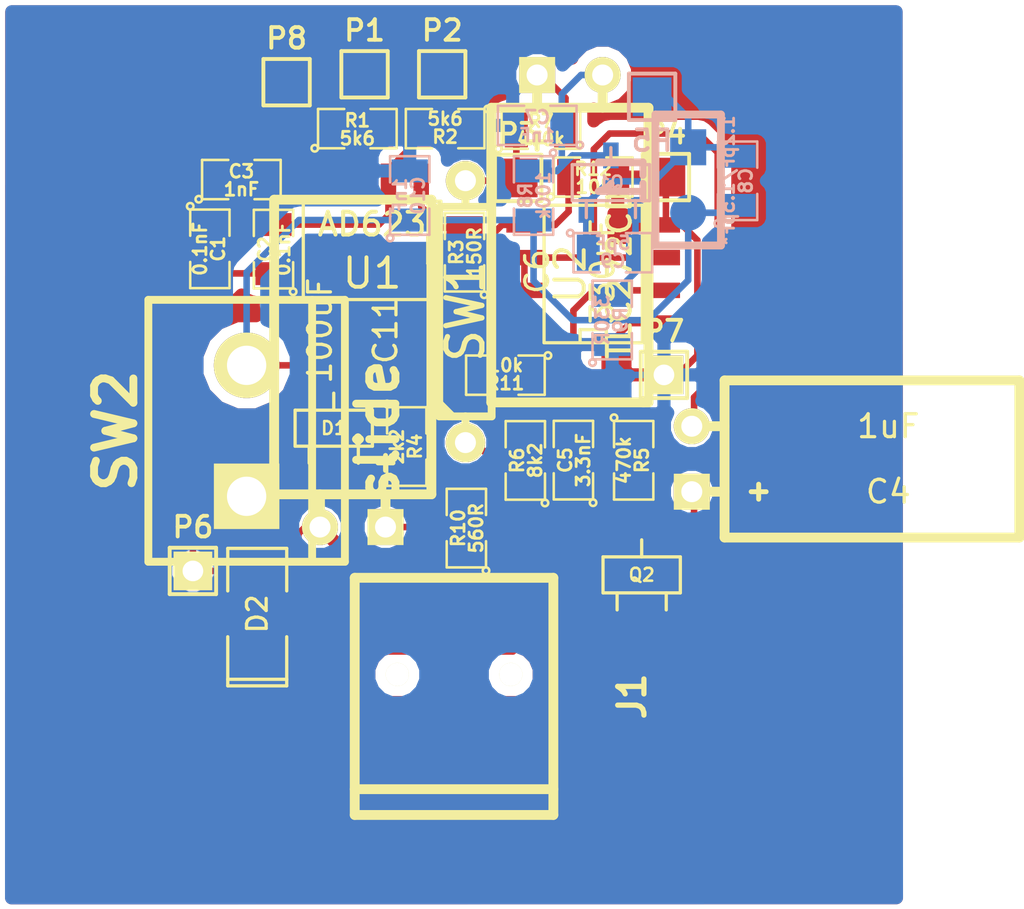
<source format=kicad_pcb>
(kicad_pcb (version 3) (host pcbnew "(22-Jun-2014 BZR 4027)-stable")

  (general
    (links 65)
    (no_connects 0)
    (area 189.307799 117.967667 229.119101 153.287401)
    (thickness 1.6)
    (drawings 5)
    (tracks 246)
    (zones 0)
    (modules 41)
    (nets 24)
  )

  (page A3)
  (layers
    (15 F.Cu signal)
    (0 B.Cu signal)
    (16 B.Adhes user)
    (17 F.Adhes user)
    (18 B.Paste user)
    (19 F.Paste user)
    (20 B.SilkS user)
    (21 F.SilkS user)
    (22 B.Mask user)
    (23 F.Mask user)
    (24 Dwgs.User user)
    (25 Cmts.User user)
    (26 Eco1.User user)
    (27 Eco2.User user)
    (28 Edge.Cuts user)
  )

  (setup
    (last_trace_width 0.254)
    (trace_clearance 0.1)
    (zone_clearance 0.4)
    (zone_45_only no)
    (trace_min 0.254)
    (segment_width 0.2)
    (edge_width 0.1)
    (via_size 0.889)
    (via_drill 0.635)
    (via_min_size 0.889)
    (via_min_drill 0.508)
    (uvia_size 0.508)
    (uvia_drill 0.127)
    (uvias_allowed no)
    (uvia_min_size 0.508)
    (uvia_min_drill 0.127)
    (pcb_text_width 0.3)
    (pcb_text_size 1.5 1.5)
    (mod_edge_width 0.15)
    (mod_text_size 1 1)
    (mod_text_width 0.15)
    (pad_size 1.5 1.5)
    (pad_drill 0)
    (pad_to_mask_clearance 0)
    (aux_axis_origin 0 0)
    (visible_elements FFFFFF0F)
    (pcbplotparams
      (layerselection 3178497)
      (usegerberextensions true)
      (excludeedgelayer true)
      (linewidth 0.150000)
      (plotframeref false)
      (viasonmask false)
      (mode 1)
      (useauxorigin false)
      (hpglpennumber 1)
      (hpglpenspeed 20)
      (hpglpendiameter 15)
      (hpglpenoverlay 2)
      (psnegative false)
      (psa4output false)
      (plotreference true)
      (plotvalue true)
      (plotothertext true)
      (plotinvisibletext false)
      (padsonsilk false)
      (subtractmaskfromsilk false)
      (outputformat 1)
      (mirror false)
      (drillshape 0)
      (scaleselection 1)
      (outputdirectory ""))
  )

  (net 0 "")
  (net 1 +BATT)
  (net 2 GND)
  (net 3 GNDPWR)
  (net 4 N-0000010)
  (net 5 N-0000017)
  (net 6 N-0000018)
  (net 7 N-0000019)
  (net 8 N-000002)
  (net 9 N-0000020)
  (net 10 N-0000021)
  (net 11 N-0000022)
  (net 12 N-0000023)
  (net 13 N-0000024)
  (net 14 N-0000025)
  (net 15 N-0000026)
  (net 16 N-0000027)
  (net 17 N-000003)
  (net 18 N-000004)
  (net 19 N-000005)
  (net 20 N-000006)
  (net 21 N-000007)
  (net 22 N-000008)
  (net 23 N-000009)

  (net_class Default "This is the default net class."
    (clearance 0.1)
    (trace_width 0.254)
    (via_dia 0.889)
    (via_drill 0.635)
    (uvia_dia 0.508)
    (uvia_drill 0.127)
    (add_net "")
    (add_net +BATT)
    (add_net GND)
    (add_net GNDPWR)
    (add_net N-0000010)
    (add_net N-0000017)
    (add_net N-0000018)
    (add_net N-0000019)
    (add_net N-000002)
    (add_net N-0000020)
    (add_net N-0000021)
    (add_net N-0000022)
    (add_net N-0000023)
    (add_net N-0000024)
    (add_net N-0000025)
    (add_net N-0000026)
    (add_net N-0000027)
    (add_net N-000003)
    (add_net N-000004)
    (add_net N-000005)
    (add_net N-000006)
    (add_net N-000007)
    (add_net N-000008)
    (add_net N-000009)
  )

  (module USB_MINI_B (layer F.Cu) (tedit 505F99F2) (tstamp 55C3AE2E)
    (at 206.91094 145.02384 90)
    (descr "USB Mini-B 5-pin SMD connector")
    (tags "USB, Mini-B, connector")
    (path /555CD770)
    (fp_text reference J1 (at 0 6.90118 90) (layer F.SilkS)
      (effects (font (size 1.016 1.016) (thickness 0.2032)))
    )
    (fp_text value USB (at 0 -7.0993 90) (layer F.SilkS) hide
      (effects (font (size 1.016 1.016) (thickness 0.2032)))
    )
    (fp_line (start -3.59918 -3.85064) (end -3.59918 3.85064) (layer F.SilkS) (width 0.381))
    (fp_line (start -4.59994 -3.85064) (end -4.59994 3.85064) (layer F.SilkS) (width 0.381))
    (fp_line (start -4.59994 3.85064) (end 4.59994 3.85064) (layer F.SilkS) (width 0.381))
    (fp_line (start 4.59994 3.85064) (end 4.59994 -3.85064) (layer F.SilkS) (width 0.381))
    (fp_line (start 4.59994 -3.85064) (end -4.59994 -3.85064) (layer F.SilkS) (width 0.381))
    (pad 1 smd rect (at 3.44932 -1.6002 90) (size 2.30124 0.50038)
      (layers F.Cu F.Paste F.Mask)
      (net 4 N-0000010)
    )
    (pad 2 smd rect (at 3.44932 -0.8001 90) (size 2.30124 0.50038)
      (layers F.Cu F.Paste F.Mask)
    )
    (pad 3 smd rect (at 3.44932 0 90) (size 2.30124 0.50038)
      (layers F.Cu F.Paste F.Mask)
    )
    (pad 4 smd rect (at 3.44932 0.8001 90) (size 2.30124 0.50038)
      (layers F.Cu F.Paste F.Mask)
      (net 3 GNDPWR)
    )
    (pad 5 smd rect (at 3.44932 1.6002 90) (size 2.30124 0.50038)
      (layers F.Cu F.Paste F.Mask)
    )
    (pad 6 smd rect (at 3.35026 -4.45008 90) (size 2.49936 1.99898)
      (layers F.Cu F.Paste F.Mask)
    )
    (pad 7 smd rect (at -2.14884 -4.45008 90) (size 2.49936 1.99898)
      (layers F.Cu F.Paste F.Mask)
    )
    (pad 8 smd rect (at 3.35026 4.45008 90) (size 2.49936 1.99898)
      (layers F.Cu F.Paste F.Mask)
    )
    (pad 9 smd rect (at -2.14884 4.45008 90) (size 2.49936 1.99898)
      (layers F.Cu F.Paste F.Mask)
    )
    (pad "" np_thru_hole circle (at 0.8509 -2.19964 90) (size 0.89916 0.89916) (drill 0.89916)
      (layers *.Cu *.Mask F.SilkS)
    )
    (pad 2 np_thru_hole circle (at 0.8509 2.19964 90) (size 0.89916 0.89916) (drill 0.89916)
      (layers *.Cu *.Mask F.SilkS)
    )
  )

  (module sot23 (layer F.Cu) (tedit 50BDE8CE) (tstamp 55C3AE3C)
    (at 202.2475 134.62)
    (descr SOT23)
    (path /555CD4D9)
    (attr smd)
    (fp_text reference D1 (at 0 0) (layer F.SilkS)
      (effects (font (size 0.50038 0.50038) (thickness 0.09906)))
    )
    (fp_text value 4.7V (at 0 0.09906) (layer F.SilkS) hide
      (effects (font (size 0.50038 0.50038) (thickness 0.09906)))
    )
    (fp_line (start 0.9525 0.6985) (end 0.9525 1.3589) (layer F.SilkS) (width 0.127))
    (fp_line (start -0.9525 0.6985) (end -0.9525 1.3589) (layer F.SilkS) (width 0.127))
    (fp_line (start 0 -0.6985) (end 0 -1.3589) (layer F.SilkS) (width 0.127))
    (fp_line (start -1.4986 -0.6985) (end 1.4986 -0.6985) (layer F.SilkS) (width 0.127))
    (fp_line (start 1.4986 -0.6985) (end 1.4986 0.6985) (layer F.SilkS) (width 0.127))
    (fp_line (start 1.4986 0.6985) (end -1.4986 0.6985) (layer F.SilkS) (width 0.127))
    (fp_line (start -1.4986 0.6985) (end -1.4986 -0.6985) (layer F.SilkS) (width 0.127))
    (pad 1 smd rect (at -0.9525 1.05664) (size 0.59944 1.00076)
      (layers F.Cu F.Paste F.Mask)
      (net 3 GNDPWR)
    )
    (pad 2 smd rect (at 0 -1.05664) (size 0.59944 1.00076)
      (layers F.Cu F.Paste F.Mask)
      (net 5 N-0000017)
    )
    (pad 3 smd rect (at 0.9525 1.05664) (size 0.59944 1.00076)
      (layers F.Cu F.Paste F.Mask)
    )
    (model smd/smd_transistors/sot23.wrl
      (at (xyz 0 0 0))
      (scale (xyz 1 1 1))
      (rotate (xyz 0 0 0))
    )
  )

  (module sot23 (layer F.Cu) (tedit 50BDE8CE) (tstamp 55C3AE4A)
    (at 214.1855 140.3096)
    (descr SOT23)
    (path /555CD274)
    (attr smd)
    (fp_text reference Q2 (at 0 0) (layer F.SilkS)
      (effects (font (size 0.50038 0.50038) (thickness 0.09906)))
    )
    (fp_text value BFR92 (at 0 0.09906) (layer F.SilkS) hide
      (effects (font (size 0.50038 0.50038) (thickness 0.09906)))
    )
    (fp_line (start 0.9525 0.6985) (end 0.9525 1.3589) (layer F.SilkS) (width 0.127))
    (fp_line (start -0.9525 0.6985) (end -0.9525 1.3589) (layer F.SilkS) (width 0.127))
    (fp_line (start 0 -0.6985) (end 0 -1.3589) (layer F.SilkS) (width 0.127))
    (fp_line (start -1.4986 -0.6985) (end 1.4986 -0.6985) (layer F.SilkS) (width 0.127))
    (fp_line (start 1.4986 -0.6985) (end 1.4986 0.6985) (layer F.SilkS) (width 0.127))
    (fp_line (start 1.4986 0.6985) (end -1.4986 0.6985) (layer F.SilkS) (width 0.127))
    (fp_line (start -1.4986 0.6985) (end -1.4986 -0.6985) (layer F.SilkS) (width 0.127))
    (pad 1 smd rect (at -0.9525 1.05664) (size 0.59944 1.00076)
      (layers F.Cu F.Paste F.Mask)
      (net 20 N-000006)
    )
    (pad 2 smd rect (at 0 -1.05664) (size 0.59944 1.00076)
      (layers F.Cu F.Paste F.Mask)
      (net 5 N-0000017)
    )
    (pad 3 smd rect (at 0.9525 1.05664) (size 0.59944 1.00076)
      (layers F.Cu F.Paste F.Mask)
      (net 4 N-0000010)
    )
    (model smd/smd_transistors/sot23.wrl
      (at (xyz 0 0 0))
      (scale (xyz 1 1 1))
      (rotate (xyz 0 0 0))
    )
  )

  (module sot23 (layer B.Cu) (tedit 50BDE8CE) (tstamp 55C3AE58)
    (at 212.9917 125.095 180)
    (descr SOT23)
    (path /555CCA9C)
    (attr smd)
    (fp_text reference Q1 (at 0 0 180) (layer B.SilkS)
      (effects (font (size 0.50038 0.50038) (thickness 0.09906)) (justify mirror))
    )
    (fp_text value BFR92 (at 0 -0.09906 180) (layer B.SilkS) hide
      (effects (font (size 0.50038 0.50038) (thickness 0.09906)) (justify mirror))
    )
    (fp_line (start 0.9525 -0.6985) (end 0.9525 -1.3589) (layer B.SilkS) (width 0.127))
    (fp_line (start -0.9525 -0.6985) (end -0.9525 -1.3589) (layer B.SilkS) (width 0.127))
    (fp_line (start 0 0.6985) (end 0 1.3589) (layer B.SilkS) (width 0.127))
    (fp_line (start -1.4986 0.6985) (end 1.4986 0.6985) (layer B.SilkS) (width 0.127))
    (fp_line (start 1.4986 0.6985) (end 1.4986 -0.6985) (layer B.SilkS) (width 0.127))
    (fp_line (start 1.4986 -0.6985) (end -1.4986 -0.6985) (layer B.SilkS) (width 0.127))
    (fp_line (start -1.4986 -0.6985) (end -1.4986 0.6985) (layer B.SilkS) (width 0.127))
    (pad 1 smd rect (at -0.9525 -1.05664 180) (size 0.59944 1.00076)
      (layers B.Cu B.Paste B.Mask)
      (net 8 N-000002)
    )
    (pad 2 smd rect (at 0 1.05664 180) (size 0.59944 1.00076)
      (layers B.Cu B.Paste B.Mask)
      (net 17 N-000003)
    )
    (pad 3 smd rect (at 0.9525 -1.05664 180) (size 0.59944 1.00076)
      (layers B.Cu B.Paste B.Mask)
      (net 23 N-000009)
    )
    (model smd/smd_transistors/sot23.wrl
      (at (xyz 0 0 0))
      (scale (xyz 1 1 1))
      (rotate (xyz 0 0 0))
    )
  )

  (module SO8E (layer F.Cu) (tedit 4F33A5C7) (tstamp 55C3AE6C)
    (at 203.7334 127.7239 180)
    (descr "module CMS SOJ 8 pins etroit")
    (tags "CMS SOJ")
    (path /555CC0FC)
    (attr smd)
    (fp_text reference U1 (at 0 -0.889 180) (layer F.SilkS)
      (effects (font (size 1.143 1.143) (thickness 0.1524)))
    )
    (fp_text value AD623 (at 0 1.016 180) (layer F.SilkS)
      (effects (font (size 0.889 0.889) (thickness 0.1524)))
    )
    (fp_line (start -2.667 1.778) (end -2.667 1.905) (layer F.SilkS) (width 0.127))
    (fp_line (start -2.667 1.905) (end 2.667 1.905) (layer F.SilkS) (width 0.127))
    (fp_line (start 2.667 -1.905) (end -2.667 -1.905) (layer F.SilkS) (width 0.127))
    (fp_line (start -2.667 -1.905) (end -2.667 1.778) (layer F.SilkS) (width 0.127))
    (fp_line (start -2.667 -0.508) (end -2.159 -0.508) (layer F.SilkS) (width 0.127))
    (fp_line (start -2.159 -0.508) (end -2.159 0.508) (layer F.SilkS) (width 0.127))
    (fp_line (start -2.159 0.508) (end -2.667 0.508) (layer F.SilkS) (width 0.127))
    (fp_line (start 2.667 -1.905) (end 2.667 1.905) (layer F.SilkS) (width 0.127))
    (pad 8 smd rect (at -1.905 -2.667 180) (size 0.59944 1.39954)
      (layers F.Cu F.Paste F.Mask)
      (net 14 N-0000025)
    )
    (pad 1 smd rect (at -1.905 2.667 180) (size 0.59944 1.39954)
      (layers F.Cu F.Paste F.Mask)
      (net 15 N-0000026)
    )
    (pad 7 smd rect (at -0.635 -2.667 180) (size 0.59944 1.39954)
      (layers F.Cu F.Paste F.Mask)
      (net 1 +BATT)
    )
    (pad 6 smd rect (at 0.635 -2.667 180) (size 0.59944 1.39954)
      (layers F.Cu F.Paste F.Mask)
      (net 6 N-0000018)
    )
    (pad 5 smd rect (at 1.905 -2.667 180) (size 0.59944 1.39954)
      (layers F.Cu F.Paste F.Mask)
      (net 2 GND)
    )
    (pad 2 smd rect (at -0.635 2.667 180) (size 0.59944 1.39954)
      (layers F.Cu F.Paste F.Mask)
      (net 11 N-0000022)
    )
    (pad 3 smd rect (at 0.635 2.667 180) (size 0.59944 1.39954)
      (layers F.Cu F.Paste F.Mask)
      (net 12 N-0000023)
    )
    (pad 4 smd rect (at 1.905 2.667 180) (size 0.59944 1.39954)
      (layers F.Cu F.Paste F.Mask)
      (net 3 GNDPWR)
    )
    (model smd/cms_so8.wrl
      (at (xyz 0 0 0))
      (scale (xyz 0.5 0.32 0.5))
      (rotate (xyz 0 0 0))
    )
  )

  (module SO8E (layer F.Cu) (tedit 4F33A5C7) (tstamp 55C3AE80)
    (at 212.3059 128.6383 90)
    (descr "module CMS SOJ 8 pins etroit")
    (tags "CMS SOJ")
    (path /555CC775)
    (attr smd)
    (fp_text reference U2 (at 0 -0.889 90) (layer F.SilkS)
      (effects (font (size 1.143 1.143) (thickness 0.1524)))
    )
    (fp_text value TLC272CD (at 0 1.016 90) (layer F.SilkS)
      (effects (font (size 0.889 0.889) (thickness 0.1524)))
    )
    (fp_line (start -2.667 1.778) (end -2.667 1.905) (layer F.SilkS) (width 0.127))
    (fp_line (start -2.667 1.905) (end 2.667 1.905) (layer F.SilkS) (width 0.127))
    (fp_line (start 2.667 -1.905) (end -2.667 -1.905) (layer F.SilkS) (width 0.127))
    (fp_line (start -2.667 -1.905) (end -2.667 1.778) (layer F.SilkS) (width 0.127))
    (fp_line (start -2.667 -0.508) (end -2.159 -0.508) (layer F.SilkS) (width 0.127))
    (fp_line (start -2.159 -0.508) (end -2.159 0.508) (layer F.SilkS) (width 0.127))
    (fp_line (start -2.159 0.508) (end -2.667 0.508) (layer F.SilkS) (width 0.127))
    (fp_line (start 2.667 -1.905) (end 2.667 1.905) (layer F.SilkS) (width 0.127))
    (pad 8 smd rect (at -1.905 -2.667 90) (size 0.59944 1.39954)
      (layers F.Cu F.Paste F.Mask)
      (net 1 +BATT)
    )
    (pad 1 smd rect (at -1.905 2.667 90) (size 0.59944 1.39954)
      (layers F.Cu F.Paste F.Mask)
      (net 21 N-000007)
    )
    (pad 7 smd rect (at -0.635 -2.667 90) (size 0.59944 1.39954)
      (layers F.Cu F.Paste F.Mask)
      (net 2 GND)
    )
    (pad 6 smd rect (at 0.635 -2.667 90) (size 0.59944 1.39954)
      (layers F.Cu F.Paste F.Mask)
      (net 2 GND)
    )
    (pad 5 smd rect (at 1.905 -2.667 90) (size 0.59944 1.39954)
      (layers F.Cu F.Paste F.Mask)
      (net 18 N-000004)
    )
    (pad 2 smd rect (at -0.635 2.667 90) (size 0.59944 1.39954)
      (layers F.Cu F.Paste F.Mask)
      (net 9 N-0000020)
    )
    (pad 3 smd rect (at 0.635 2.667 90) (size 0.59944 1.39954)
      (layers F.Cu F.Paste F.Mask)
      (net 2 GND)
    )
    (pad 4 smd rect (at 1.905 2.667 90) (size 0.59944 1.39954)
      (layers F.Cu F.Paste F.Mask)
      (net 3 GNDPWR)
    )
    (model smd/cms_so8.wrl
      (at (xyz 0 0 0))
      (scale (xyz 0.5 0.32 0.5))
      (rotate (xyz 0 0 0))
    )
  )

  (module SM1206POL (layer F.Cu) (tedit 42806E4C) (tstamp 55C56150)
    (at 199.28078 141.8209 90)
    (path /555CD267)
    (attr smd)
    (fp_text reference D2 (at 0 0 90) (layer F.SilkS)
      (effects (font (size 0.762 0.762) (thickness 0.127)))
    )
    (fp_text value 1N4007 (at 0 0 90) (layer F.SilkS) hide
      (effects (font (size 0.762 0.762) (thickness 0.127)))
    )
    (fp_line (start -2.54 -1.143) (end -2.794 -1.143) (layer F.SilkS) (width 0.127))
    (fp_line (start -2.794 -1.143) (end -2.794 1.143) (layer F.SilkS) (width 0.127))
    (fp_line (start -2.794 1.143) (end -2.54 1.143) (layer F.SilkS) (width 0.127))
    (fp_line (start -2.54 -1.143) (end -2.54 1.143) (layer F.SilkS) (width 0.127))
    (fp_line (start -2.54 1.143) (end -0.889 1.143) (layer F.SilkS) (width 0.127))
    (fp_line (start 0.889 -1.143) (end 2.54 -1.143) (layer F.SilkS) (width 0.127))
    (fp_line (start 2.54 -1.143) (end 2.54 1.143) (layer F.SilkS) (width 0.127))
    (fp_line (start 2.54 1.143) (end 0.889 1.143) (layer F.SilkS) (width 0.127))
    (fp_line (start -0.889 -1.143) (end -2.54 -1.143) (layer F.SilkS) (width 0.127))
    (pad 1 smd rect (at -1.651 0 90) (size 1.524 2.032)
      (layers F.Cu F.Paste F.Mask)
      (net 20 N-000006)
    )
    (pad 2 smd rect (at 1.651 0 90) (size 1.524 2.032)
      (layers F.Cu F.Paste F.Mask)
      (net 19 N-000005)
    )
    (model smd/chip_cms_pol.wrl
      (at (xyz 0 0 0))
      (scale (xyz 0.17 0.16 0.16))
      (rotate (xyz 0 0 0))
    )
  )

  (module SIL-2 (layer B.Cu) (tedit 55C3CD63) (tstamp 55C3AF95)
    (at 215.9889 124.9934 270)
    (descr "Connecteurs 2 pins")
    (tags "CONN DEV")
    (path /555CCAFD)
    (fp_text reference L1 (at 0 2.54 270) (layer B.SilkS)
      (effects (font (size 1.72974 1.08712) (thickness 0.3048)) (justify mirror))
    )
    (fp_text value 0.1uF/0.1uF* (at 0 2.54 270) (layer B.SilkS) hide
      (effects (font (size 1.524 1.016) (thickness 0.3048)) (justify mirror))
    )
    (fp_line (start -2.54 -1.27) (end -2.54 1.27) (layer B.SilkS) (width 0.3048))
    (fp_line (start -2.54 1.27) (end 2.54 1.27) (layer B.SilkS) (width 0.3048))
    (fp_line (start 2.54 1.27) (end 2.54 -1.27) (layer B.SilkS) (width 0.3048))
    (fp_line (start 2.54 -1.27) (end -2.54 -1.27) (layer B.SilkS) (width 0.3048))
    (pad 1 smd rect (at -1.27 0 270) (size 1.397 1.397)
      (layers B.Cu B.Paste B.Mask)
      (net 23 N-000009)
    )
    (pad 2 smd circle (at 1.27 0 270) (size 1.397 1.397)
      (layers B.Cu B.Paste B.Mask)
      (net 1 +BATT)
    )
  )

  (module SIL-1 (layer F.Cu) (tedit 55C3CA2B) (tstamp 55C3AFA7)
    (at 215.0491 132.55244)
    (descr "Connecteurs 1 pin")
    (tags "CONN DEV")
    (path /555CD068)
    (fp_text reference P7 (at 0 -1.7) (layer F.SilkS)
      (effects (font (size 0.8 0.8) (thickness 0.15)))
    )
    (fp_text value CONN_1 (at 0.1 -1.7) (layer F.SilkS) hide
      (effects (font (size 0.8 0.8) (thickness 0.15)))
    )
    (fp_line (start -0.9 -0.9) (end 0.9 -0.9) (layer F.SilkS) (width 0.15))
    (fp_line (start 0.9 -0.9) (end 0.9 0.9) (layer F.SilkS) (width 0.15))
    (fp_line (start 0.9 0.9) (end -0.9 0.9) (layer F.SilkS) (width 0.15))
    (fp_line (start -0.9 0.9) (end -0.9 -0.9) (layer F.SilkS) (width 0.15))
    (pad 1 thru_hole rect (at 0 0) (size 1.5 1.5) (drill 0.8)
      (layers *.Cu *.Mask F.SilkS)
      (net 3 GNDPWR)
    )
  )

  (module SIL-1 (layer F.Cu) (tedit 55C3C6B2) (tstamp 55C3AFB9)
    (at 196.7865 140.1572)
    (descr "Connecteurs 1 pin")
    (tags "CONN DEV")
    (path /555CD062)
    (fp_text reference P6 (at 0 -1.7) (layer F.SilkS)
      (effects (font (size 0.8 0.8) (thickness 0.15)))
    )
    (fp_text value CONN_1 (at 0.1 -1.7) (layer F.SilkS) hide
      (effects (font (size 0.8 0.8) (thickness 0.15)))
    )
    (fp_line (start -0.9 -0.9) (end 0.9 -0.9) (layer F.SilkS) (width 0.15))
    (fp_line (start 0.9 -0.9) (end 0.9 0.9) (layer F.SilkS) (width 0.15))
    (fp_line (start 0.9 0.9) (end -0.9 0.9) (layer F.SilkS) (width 0.15))
    (fp_line (start -0.9 0.9) (end -0.9 -0.9) (layer F.SilkS) (width 0.15))
    (pad 1 thru_hole rect (at 0 0) (size 1.5 1.5) (drill 0.8)
      (layers *.Mask F.Cu F.SilkS)
      (net 19 N-000005)
    )
  )

  (module R4 (layer F.Cu) (tedit 55C3BF12) (tstamp 55C3AFEB)
    (at 207.3529 130.0988 90)
    (descr "Resitance 4 pas")
    (tags R)
    (path /555CC949)
    (autoplace_cost180 10)
    (fp_text reference SW1 (at 0 0 90) (layer F.SilkS)
      (effects (font (size 1.397 1.27) (thickness 0.2032)))
    )
    (fp_text value reed_switch (at 0 0 90) (layer F.SilkS) hide
      (effects (font (size 1.397 1.27) (thickness 0.2032)))
    )
    (fp_line (start -5.08 0) (end -4.064 0) (layer F.SilkS) (width 0.3048))
    (fp_line (start -4.064 0) (end -4.064 -1.016) (layer F.SilkS) (width 0.3048))
    (fp_line (start -4.064 -1.016) (end 4.064 -1.016) (layer F.SilkS) (width 0.3048))
    (fp_line (start 4.064 -1.016) (end 4.064 1.016) (layer F.SilkS) (width 0.3048))
    (fp_line (start 4.064 1.016) (end -4.064 1.016) (layer F.SilkS) (width 0.3048))
    (fp_line (start -4.064 1.016) (end -4.064 0) (layer F.SilkS) (width 0.3048))
    (fp_line (start -4.064 -0.508) (end -3.556 -1.016) (layer F.SilkS) (width 0.3048))
    (fp_line (start 5.08 0) (end 4.064 0) (layer F.SilkS) (width 0.3048))
    (pad 1 thru_hole circle (at -5.08 0 90) (size 1.524 1.524) (drill 0.8128)
      (layers *.Mask F.Cu F.SilkS)
      (net 21 N-000007)
    )
    (pad 2 thru_hole circle (at 5.08 0 90) (size 1.524 1.524) (drill 0.8128)
      (layers *.Mask F.Cu F.SilkS)
      (net 22 N-000008)
    )
    (model discret/resistor.wrl
      (at (xyz 0 0 0))
      (scale (xyz 0.4 0.4 0.4))
      (rotate (xyz 0 0 0))
    )
  )

  (module C1V5H (layer F.Cu) (tedit 55C3C993) (tstamp 55C3AFF8)
    (at 211.40166 120.91924)
    (descr "Condensateur e = 1 pas")
    (tags C)
    (path /555CC9E3)
    (fp_text reference C6 (at -1.27 7.62 90) (layer F.SilkS)
      (effects (font (size 0.889 0.889) (thickness 0.127)))
    )
    (fp_text value 330uF (at 1.27 7.62 90) (layer F.SilkS)
      (effects (font (size 0.889 0.889) (thickness 0.127)))
    )
    (fp_line (start -3.048 12.7) (end 3.048 12.7) (layer F.SilkS) (width 0.381))
    (fp_line (start -3.048 1.27) (end 3.048 1.27) (layer F.SilkS) (width 0.381))
    (fp_line (start -3.048 12.7) (end -3.048 1.27) (layer F.SilkS) (width 0.381))
    (fp_line (start 3.048 1.27) (end 3.048 12.7) (layer F.SilkS) (width 0.381))
    (fp_line (start -1.27 0) (end -1.27 1.27) (layer F.SilkS) (width 0.381))
    (fp_line (start 1.27 0) (end 1.27 1.27) (layer F.SilkS) (width 0.381))
    (fp_text user + (at -1.27 2.54) (layer F.SilkS)
      (effects (font (size 0.762 0.762) (thickness 0.2032)))
    )
    (pad 1 thru_hole rect (at -1.27 0) (size 1.397 1.397) (drill 0.8128)
      (layers *.Mask F.Cu F.SilkS)
      (net 16 N-0000027)
    )
    (pad 2 thru_hole circle (at 1.27 0) (size 1.397 1.397) (drill 0.8128)
      (layers *.Cu *.Mask F.SilkS)
      (net 17 N-000003)
    )
    (model discret/c_horiz_c1v5.wrl
      (at (xyz 0 0 0))
      (scale (xyz 1 1 1))
      (rotate (xyz 0 0 0))
    )
  )

  (module C1V5H (layer F.Cu) (tedit 55C3C40E) (tstamp 55C3B005)
    (at 202.9841 138.4554 180)
    (descr "Condensateur e = 1 pas")
    (tags C)
    (path /555CD434)
    (fp_text reference C11 (at -1.27 7.62 270) (layer F.SilkS)
      (effects (font (size 0.889 0.889) (thickness 0.127)))
    )
    (fp_text value 100uF (at 1.27 7.62 270) (layer F.SilkS)
      (effects (font (size 0.889 0.889) (thickness 0.127)))
    )
    (fp_line (start -3.048 12.7) (end 3.048 12.7) (layer F.SilkS) (width 0.381))
    (fp_line (start -3.048 1.27) (end 3.048 1.27) (layer F.SilkS) (width 0.381))
    (fp_line (start -3.048 12.7) (end -3.048 1.27) (layer F.SilkS) (width 0.381))
    (fp_line (start 3.048 1.27) (end 3.048 12.7) (layer F.SilkS) (width 0.381))
    (fp_line (start -1.27 0) (end -1.27 1.27) (layer F.SilkS) (width 0.381))
    (fp_line (start 1.27 0) (end 1.27 1.27) (layer F.SilkS) (width 0.381))
    (fp_text user + (at -1.27 2.54 180) (layer F.SilkS)
      (effects (font (size 0.762 0.762) (thickness 0.2032)))
    )
    (pad 1 thru_hole rect (at -1.27 0 180) (size 1.397 1.397) (drill 0.8128)
      (layers *.Mask F.Cu F.SilkS)
      (net 5 N-0000017)
    )
    (pad 2 thru_hole circle (at 1.27 0 180) (size 1.397 1.397) (drill 0.8128)
      (layers *.Mask F.Cu F.SilkS)
      (net 3 GNDPWR)
    )
    (model discret/c_horiz_c1v5.wrl
      (at (xyz 0 0 0))
      (scale (xyz 1 1 1))
      (rotate (xyz 0 0 0))
    )
  )

  (module C1V5H (layer F.Cu) (tedit 55C3CB12) (tstamp 55C5528F)
    (at 216.1286 135.8138 90)
    (descr "Condensateur e = 1 pas")
    (tags C)
    (path /555CC522)
    (fp_text reference C4 (at -1.27 7.62 180) (layer F.SilkS)
      (effects (font (size 0.889 0.889) (thickness 0.127)))
    )
    (fp_text value 1uF (at 1.27 7.62 180) (layer F.SilkS)
      (effects (font (size 0.889 0.889) (thickness 0.127)))
    )
    (fp_line (start -3.048 12.7) (end 3.048 12.7) (layer F.SilkS) (width 0.381))
    (fp_line (start -3.048 1.27) (end 3.048 1.27) (layer F.SilkS) (width 0.381))
    (fp_line (start -3.048 12.7) (end -3.048 1.27) (layer F.SilkS) (width 0.381))
    (fp_line (start 3.048 1.27) (end 3.048 12.7) (layer F.SilkS) (width 0.381))
    (fp_line (start -1.27 0) (end -1.27 1.27) (layer F.SilkS) (width 0.381))
    (fp_line (start 1.27 0) (end 1.27 1.27) (layer F.SilkS) (width 0.381))
    (fp_text user + (at -1.27 2.54 90) (layer F.SilkS)
      (effects (font (size 0.762 0.762) (thickness 0.2032)))
    )
    (pad 1 thru_hole rect (at -1.27 0 90) (size 1.397 1.397) (drill 0.8128)
      (layers *.Mask F.Cu F.SilkS)
      (net 7 N-0000019)
    )
    (pad 2 thru_hole circle (at 1.27 0 90) (size 1.397 1.397) (drill 0.8128)
      (layers *.Mask F.Cu F.SilkS)
      (net 2 GND)
    )
    (model discret/c_horiz_c1v5.wrl
      (at (xyz 0 0 0))
      (scale (xyz 1 1 1))
      (rotate (xyz 0 0 0))
    )
  )

  (module SM0805 (layer B.Cu) (tedit 5091495C) (tstamp 55C3AEA7)
    (at 205.1939 125.59284 90)
    (path /555CCD21)
    (attr smd)
    (fp_text reference C10 (at 0 0.3175 90) (layer B.SilkS)
      (effects (font (size 0.50038 0.50038) (thickness 0.10922)) (justify mirror))
    )
    (fp_text value 1nF (at 0 -0.381 90) (layer B.SilkS)
      (effects (font (size 0.50038 0.50038) (thickness 0.10922)) (justify mirror))
    )
    (fp_circle (center -1.651 -0.762) (end -1.651 -0.635) (layer B.SilkS) (width 0.09906))
    (fp_line (start -0.508 -0.762) (end -1.524 -0.762) (layer B.SilkS) (width 0.09906))
    (fp_line (start -1.524 -0.762) (end -1.524 0.762) (layer B.SilkS) (width 0.09906))
    (fp_line (start -1.524 0.762) (end -0.508 0.762) (layer B.SilkS) (width 0.09906))
    (fp_line (start 0.508 0.762) (end 1.524 0.762) (layer B.SilkS) (width 0.09906))
    (fp_line (start 1.524 0.762) (end 1.524 -0.762) (layer B.SilkS) (width 0.09906))
    (fp_line (start 1.524 -0.762) (end 0.508 -0.762) (layer B.SilkS) (width 0.09906))
    (pad 1 smd rect (at -0.9525 0 90) (size 0.889 1.397)
      (layers B.Cu B.Paste B.Mask)
      (net 1 +BATT)
    )
    (pad 2 smd rect (at 0.9525 0 90) (size 0.889 1.397)
      (layers B.Cu B.Paste B.Mask)
      (net 3 GNDPWR)
    )
    (model smd/chip_cms.wrl
      (at (xyz 0 0 0))
      (scale (xyz 0.1 0.1 0.1))
      (rotate (xyz 0 0 0))
    )
  )

  (module SM0805 (layer B.Cu) (tedit 5091495C) (tstamp 55C3AEB3)
    (at 217.90406 125.02388 90)
    (path /555CCB10)
    (attr smd)
    (fp_text reference C8 (at 0 0.3175 90) (layer B.SilkS)
      (effects (font (size 0.50038 0.50038) (thickness 0.10922)) (justify mirror))
    )
    (fp_text value 1.2pF/1.5pF* (at 0 -0.381 90) (layer B.SilkS)
      (effects (font (size 0.50038 0.50038) (thickness 0.10922)) (justify mirror))
    )
    (fp_circle (center -1.651 -0.762) (end -1.651 -0.635) (layer B.SilkS) (width 0.09906))
    (fp_line (start -0.508 -0.762) (end -1.524 -0.762) (layer B.SilkS) (width 0.09906))
    (fp_line (start -1.524 -0.762) (end -1.524 0.762) (layer B.SilkS) (width 0.09906))
    (fp_line (start -1.524 0.762) (end -0.508 0.762) (layer B.SilkS) (width 0.09906))
    (fp_line (start 0.508 0.762) (end 1.524 0.762) (layer B.SilkS) (width 0.09906))
    (fp_line (start 1.524 0.762) (end 1.524 -0.762) (layer B.SilkS) (width 0.09906))
    (fp_line (start 1.524 -0.762) (end 0.508 -0.762) (layer B.SilkS) (width 0.09906))
    (pad 1 smd rect (at -0.9525 0 90) (size 0.889 1.397)
      (layers B.Cu B.Paste B.Mask)
      (net 1 +BATT)
    )
    (pad 2 smd rect (at 0.9525 0 90) (size 0.889 1.397)
      (layers B.Cu B.Paste B.Mask)
      (net 23 N-000009)
    )
    (model smd/chip_cms.wrl
      (at (xyz 0 0 0))
      (scale (xyz 0.1 0.1 0.1))
      (rotate (xyz 0 0 0))
    )
  )

  (module SM0805 (layer B.Cu) (tedit 5091495C) (tstamp 55C3AEBF)
    (at 213.0679 127.8128)
    (path /555CCADC)
    (attr smd)
    (fp_text reference C9 (at 0 0.3175) (layer B.SilkS)
      (effects (font (size 0.50038 0.50038) (thickness 0.10922)) (justify mirror))
    )
    (fp_text value 5pF (at 0 -0.381) (layer B.SilkS)
      (effects (font (size 0.50038 0.50038) (thickness 0.10922)) (justify mirror))
    )
    (fp_circle (center -1.651 -0.762) (end -1.651 -0.635) (layer B.SilkS) (width 0.09906))
    (fp_line (start -0.508 -0.762) (end -1.524 -0.762) (layer B.SilkS) (width 0.09906))
    (fp_line (start -1.524 -0.762) (end -1.524 0.762) (layer B.SilkS) (width 0.09906))
    (fp_line (start -1.524 0.762) (end -0.508 0.762) (layer B.SilkS) (width 0.09906))
    (fp_line (start 0.508 0.762) (end 1.524 0.762) (layer B.SilkS) (width 0.09906))
    (fp_line (start 1.524 0.762) (end 1.524 -0.762) (layer B.SilkS) (width 0.09906))
    (fp_line (start 1.524 -0.762) (end 0.508 -0.762) (layer B.SilkS) (width 0.09906))
    (pad 1 smd rect (at -0.9525 0) (size 0.889 1.397)
      (layers B.Cu B.Paste B.Mask)
      (net 23 N-000009)
    )
    (pad 2 smd rect (at 0.9525 0) (size 0.889 1.397)
      (layers B.Cu B.Paste B.Mask)
      (net 8 N-000002)
    )
    (model smd/chip_cms.wrl
      (at (xyz 0 0 0))
      (scale (xyz 0.1 0.1 0.1))
      (rotate (xyz 0 0 0))
    )
  )

  (module SM0805 (layer B.Cu) (tedit 5091495C) (tstamp 55C3BFD6)
    (at 210.13674 122.87504 180)
    (path /555CCA07)
    (attr smd)
    (fp_text reference C7 (at 0 0.3175 180) (layer B.SilkS)
      (effects (font (size 0.50038 0.50038) (thickness 0.10922)) (justify mirror))
    )
    (fp_text value 1nF (at 0 -0.381 180) (layer B.SilkS)
      (effects (font (size 0.50038 0.50038) (thickness 0.10922)) (justify mirror))
    )
    (fp_circle (center -1.651 -0.762) (end -1.651 -0.635) (layer B.SilkS) (width 0.09906))
    (fp_line (start -0.508 -0.762) (end -1.524 -0.762) (layer B.SilkS) (width 0.09906))
    (fp_line (start -1.524 -0.762) (end -1.524 0.762) (layer B.SilkS) (width 0.09906))
    (fp_line (start -1.524 0.762) (end -0.508 0.762) (layer B.SilkS) (width 0.09906))
    (fp_line (start 0.508 0.762) (end 1.524 0.762) (layer B.SilkS) (width 0.09906))
    (fp_line (start 1.524 0.762) (end 1.524 -0.762) (layer B.SilkS) (width 0.09906))
    (fp_line (start 1.524 -0.762) (end 0.508 -0.762) (layer B.SilkS) (width 0.09906))
    (pad 1 smd rect (at -0.9525 0 180) (size 0.889 1.397)
      (layers B.Cu B.Paste B.Mask)
      (net 17 N-000003)
    )
    (pad 2 smd rect (at 0.9525 0 180) (size 0.889 1.397)
      (layers B.Cu B.Paste B.Mask)
      (net 3 GNDPWR)
    )
    (model smd/chip_cms.wrl
      (at (xyz 0 0 0))
      (scale (xyz 0.1 0.1 0.1))
      (rotate (xyz 0 0 0))
    )
  )

  (module SM0805 (layer B.Cu) (tedit 5091495C) (tstamp 55C3AEFC)
    (at 209.9945 125.59284 270)
    (path /555CCA13)
    (attr smd)
    (fp_text reference R8 (at 0 0.3175 270) (layer B.SilkS)
      (effects (font (size 0.50038 0.50038) (thickness 0.10922)) (justify mirror))
    )
    (fp_text value 100k (at 0 -0.381 270) (layer B.SilkS)
      (effects (font (size 0.50038 0.50038) (thickness 0.10922)) (justify mirror))
    )
    (fp_circle (center -1.651 -0.762) (end -1.651 -0.635) (layer B.SilkS) (width 0.09906))
    (fp_line (start -0.508 -0.762) (end -1.524 -0.762) (layer B.SilkS) (width 0.09906))
    (fp_line (start -1.524 -0.762) (end -1.524 0.762) (layer B.SilkS) (width 0.09906))
    (fp_line (start -1.524 0.762) (end -0.508 0.762) (layer B.SilkS) (width 0.09906))
    (fp_line (start 0.508 0.762) (end 1.524 0.762) (layer B.SilkS) (width 0.09906))
    (fp_line (start 1.524 0.762) (end 1.524 -0.762) (layer B.SilkS) (width 0.09906))
    (fp_line (start 1.524 -0.762) (end 0.508 -0.762) (layer B.SilkS) (width 0.09906))
    (pad 1 smd rect (at -0.9525 0 270) (size 0.889 1.397)
      (layers B.Cu B.Paste B.Mask)
      (net 17 N-000003)
    )
    (pad 2 smd rect (at 0.9525 0 270) (size 0.889 1.397)
      (layers B.Cu B.Paste B.Mask)
      (net 1 +BATT)
    )
    (model smd/chip_cms.wrl
      (at (xyz 0 0 0))
      (scale (xyz 0.1 0.1 0.1))
      (rotate (xyz 0 0 0))
    )
  )

  (module SM0805 (layer F.Cu) (tedit 5091495C) (tstamp 55C3AF09)
    (at 208.9023 132.5626 180)
    (path /555CCF91)
    (attr smd)
    (fp_text reference R11 (at 0 -0.3175 180) (layer F.SilkS)
      (effects (font (size 0.50038 0.50038) (thickness 0.10922)))
    )
    (fp_text value 10k (at 0 0.381 180) (layer F.SilkS)
      (effects (font (size 0.50038 0.50038) (thickness 0.10922)))
    )
    (fp_circle (center -1.651 0.762) (end -1.651 0.635) (layer F.SilkS) (width 0.09906))
    (fp_line (start -0.508 0.762) (end -1.524 0.762) (layer F.SilkS) (width 0.09906))
    (fp_line (start -1.524 0.762) (end -1.524 -0.762) (layer F.SilkS) (width 0.09906))
    (fp_line (start -1.524 -0.762) (end -0.508 -0.762) (layer F.SilkS) (width 0.09906))
    (fp_line (start 0.508 -0.762) (end 1.524 -0.762) (layer F.SilkS) (width 0.09906))
    (fp_line (start 1.524 -0.762) (end 1.524 0.762) (layer F.SilkS) (width 0.09906))
    (fp_line (start 1.524 0.762) (end 0.508 0.762) (layer F.SilkS) (width 0.09906))
    (pad 1 smd rect (at -0.9525 0 180) (size 0.889 1.397)
      (layers F.Cu F.Paste F.Mask)
      (net 1 +BATT)
    )
    (pad 2 smd rect (at 0.9525 0 180) (size 0.889 1.397)
      (layers F.Cu F.Paste F.Mask)
      (net 18 N-000004)
    )
    (model smd/chip_cms.wrl
      (at (xyz 0 0 0))
      (scale (xyz 0.1 0.1 0.1))
      (rotate (xyz 0 0 0))
    )
  )

  (module SM0805 (layer F.Cu) (tedit 5091495C) (tstamp 55C55CE5)
    (at 212.3059 124.8791)
    (path /555CCF8B)
    (attr smd)
    (fp_text reference R12 (at 0 -0.3175) (layer F.SilkS)
      (effects (font (size 0.50038 0.50038) (thickness 0.10922)))
    )
    (fp_text value 10k (at 0 0.381) (layer F.SilkS)
      (effects (font (size 0.50038 0.50038) (thickness 0.10922)))
    )
    (fp_circle (center -1.651 0.762) (end -1.651 0.635) (layer F.SilkS) (width 0.09906))
    (fp_line (start -0.508 0.762) (end -1.524 0.762) (layer F.SilkS) (width 0.09906))
    (fp_line (start -1.524 0.762) (end -1.524 -0.762) (layer F.SilkS) (width 0.09906))
    (fp_line (start -1.524 -0.762) (end -0.508 -0.762) (layer F.SilkS) (width 0.09906))
    (fp_line (start 0.508 -0.762) (end 1.524 -0.762) (layer F.SilkS) (width 0.09906))
    (fp_line (start 1.524 -0.762) (end 1.524 0.762) (layer F.SilkS) (width 0.09906))
    (fp_line (start 1.524 0.762) (end 0.508 0.762) (layer F.SilkS) (width 0.09906))
    (pad 1 smd rect (at -0.9525 0) (size 0.889 1.397)
      (layers F.Cu F.Paste F.Mask)
      (net 18 N-000004)
    )
    (pad 2 smd rect (at 0.9525 0) (size 0.889 1.397)
      (layers F.Cu F.Paste F.Mask)
      (net 3 GNDPWR)
    )
    (model smd/chip_cms.wrl
      (at (xyz 0 0 0))
      (scale (xyz 0.1 0.1 0.1))
      (rotate (xyz 0 0 0))
    )
  )

  (module SM0805 (layer F.Cu) (tedit 5091495C) (tstamp 55C3AF23)
    (at 207.31734 127.79248 90)
    (path /555CC323)
    (attr smd)
    (fp_text reference R3 (at 0 -0.3175 90) (layer F.SilkS)
      (effects (font (size 0.50038 0.50038) (thickness 0.10922)))
    )
    (fp_text value 150R (at 0 0.381 90) (layer F.SilkS)
      (effects (font (size 0.50038 0.50038) (thickness 0.10922)))
    )
    (fp_circle (center -1.651 0.762) (end -1.651 0.635) (layer F.SilkS) (width 0.09906))
    (fp_line (start -0.508 0.762) (end -1.524 0.762) (layer F.SilkS) (width 0.09906))
    (fp_line (start -1.524 0.762) (end -1.524 -0.762) (layer F.SilkS) (width 0.09906))
    (fp_line (start -1.524 -0.762) (end -0.508 -0.762) (layer F.SilkS) (width 0.09906))
    (fp_line (start 0.508 -0.762) (end 1.524 -0.762) (layer F.SilkS) (width 0.09906))
    (fp_line (start 1.524 -0.762) (end 1.524 0.762) (layer F.SilkS) (width 0.09906))
    (fp_line (start 1.524 0.762) (end 0.508 0.762) (layer F.SilkS) (width 0.09906))
    (pad 1 smd rect (at -0.9525 0 90) (size 0.889 1.397)
      (layers F.Cu F.Paste F.Mask)
      (net 14 N-0000025)
    )
    (pad 2 smd rect (at 0.9525 0 90) (size 0.889 1.397)
      (layers F.Cu F.Paste F.Mask)
      (net 15 N-0000026)
    )
    (model smd/chip_cms.wrl
      (at (xyz 0 0 0))
      (scale (xyz 0.1 0.1 0.1))
      (rotate (xyz 0 0 0))
    )
  )

  (module SM0805 (layer F.Cu) (tedit 5091495C) (tstamp 55C3AF30)
    (at 203.1619 122.9995)
    (path /555CC1B0)
    (attr smd)
    (fp_text reference R1 (at 0 -0.3175) (layer F.SilkS)
      (effects (font (size 0.50038 0.50038) (thickness 0.10922)))
    )
    (fp_text value 5k6 (at 0 0.381) (layer F.SilkS)
      (effects (font (size 0.50038 0.50038) (thickness 0.10922)))
    )
    (fp_circle (center -1.651 0.762) (end -1.651 0.635) (layer F.SilkS) (width 0.09906))
    (fp_line (start -0.508 0.762) (end -1.524 0.762) (layer F.SilkS) (width 0.09906))
    (fp_line (start -1.524 0.762) (end -1.524 -0.762) (layer F.SilkS) (width 0.09906))
    (fp_line (start -1.524 -0.762) (end -0.508 -0.762) (layer F.SilkS) (width 0.09906))
    (fp_line (start 0.508 -0.762) (end 1.524 -0.762) (layer F.SilkS) (width 0.09906))
    (fp_line (start 1.524 -0.762) (end 1.524 0.762) (layer F.SilkS) (width 0.09906))
    (fp_line (start 1.524 0.762) (end 0.508 0.762) (layer F.SilkS) (width 0.09906))
    (pad 1 smd rect (at -0.9525 0) (size 0.889 1.397)
      (layers F.Cu F.Paste F.Mask)
      (net 13 N-0000024)
    )
    (pad 2 smd rect (at 0.9525 0) (size 0.889 1.397)
      (layers F.Cu F.Paste F.Mask)
      (net 12 N-0000023)
    )
    (model smd/chip_cms.wrl
      (at (xyz 0 0 0))
      (scale (xyz 0.1 0.1 0.1))
      (rotate (xyz 0 0 0))
    )
  )

  (module SM0805 (layer B.Cu) (tedit 5091495C) (tstamp 55C3AF3D)
    (at 213.0425 130.42392 90)
    (path /555CCABD)
    (attr smd)
    (fp_text reference R9 (at 0 0.3175 90) (layer B.SilkS)
      (effects (font (size 0.50038 0.50038) (thickness 0.10922)) (justify mirror))
    )
    (fp_text value 330R (at 0 -0.381 90) (layer B.SilkS)
      (effects (font (size 0.50038 0.50038) (thickness 0.10922)) (justify mirror))
    )
    (fp_circle (center -1.651 -0.762) (end -1.651 -0.635) (layer B.SilkS) (width 0.09906))
    (fp_line (start -0.508 -0.762) (end -1.524 -0.762) (layer B.SilkS) (width 0.09906))
    (fp_line (start -1.524 -0.762) (end -1.524 0.762) (layer B.SilkS) (width 0.09906))
    (fp_line (start -1.524 0.762) (end -0.508 0.762) (layer B.SilkS) (width 0.09906))
    (fp_line (start 0.508 0.762) (end 1.524 0.762) (layer B.SilkS) (width 0.09906))
    (fp_line (start 1.524 0.762) (end 1.524 -0.762) (layer B.SilkS) (width 0.09906))
    (fp_line (start 1.524 -0.762) (end 0.508 -0.762) (layer B.SilkS) (width 0.09906))
    (pad 1 smd rect (at -0.9525 0 90) (size 0.889 1.397)
      (layers B.Cu B.Paste B.Mask)
      (net 3 GNDPWR)
    )
    (pad 2 smd rect (at 0.9525 0 90) (size 0.889 1.397)
      (layers B.Cu B.Paste B.Mask)
      (net 8 N-000002)
    )
    (model smd/chip_cms.wrl
      (at (xyz 0 0 0))
      (scale (xyz 0.1 0.1 0.1))
      (rotate (xyz 0 0 0))
    )
  )

  (module SM0805 (layer F.Cu) (tedit 5091495C) (tstamp 55C562E7)
    (at 205.07706 135.3312 270)
    (path /555CC467)
    (attr smd)
    (fp_text reference R4 (at 0 -0.3175 270) (layer F.SilkS)
      (effects (font (size 0.50038 0.50038) (thickness 0.10922)))
    )
    (fp_text value 2k2 (at 0 0.381 270) (layer F.SilkS)
      (effects (font (size 0.50038 0.50038) (thickness 0.10922)))
    )
    (fp_circle (center -1.651 0.762) (end -1.651 0.635) (layer F.SilkS) (width 0.09906))
    (fp_line (start -0.508 0.762) (end -1.524 0.762) (layer F.SilkS) (width 0.09906))
    (fp_line (start -1.524 0.762) (end -1.524 -0.762) (layer F.SilkS) (width 0.09906))
    (fp_line (start -1.524 -0.762) (end -0.508 -0.762) (layer F.SilkS) (width 0.09906))
    (fp_line (start 0.508 -0.762) (end 1.524 -0.762) (layer F.SilkS) (width 0.09906))
    (fp_line (start 1.524 -0.762) (end 1.524 0.762) (layer F.SilkS) (width 0.09906))
    (fp_line (start 1.524 0.762) (end 0.508 0.762) (layer F.SilkS) (width 0.09906))
    (pad 1 smd rect (at -0.9525 0 270) (size 0.889 1.397)
      (layers F.Cu F.Paste F.Mask)
      (net 6 N-0000018)
    )
    (pad 2 smd rect (at 0.9525 0 270) (size 0.889 1.397)
      (layers F.Cu F.Paste F.Mask)
      (net 7 N-0000019)
    )
    (model smd/chip_cms.wrl
      (at (xyz 0 0 0))
      (scale (xyz 0.1 0.1 0.1))
      (rotate (xyz 0 0 0))
    )
  )

  (module SM0805 (layer F.Cu) (tedit 5091495C) (tstamp 55C3AF57)
    (at 209.67446 135.86968 90)
    (path /555CC475)
    (attr smd)
    (fp_text reference R6 (at 0 -0.3175 90) (layer F.SilkS)
      (effects (font (size 0.50038 0.50038) (thickness 0.10922)))
    )
    (fp_text value 8k2 (at 0 0.381 90) (layer F.SilkS)
      (effects (font (size 0.50038 0.50038) (thickness 0.10922)))
    )
    (fp_circle (center -1.651 0.762) (end -1.651 0.635) (layer F.SilkS) (width 0.09906))
    (fp_line (start -0.508 0.762) (end -1.524 0.762) (layer F.SilkS) (width 0.09906))
    (fp_line (start -1.524 0.762) (end -1.524 -0.762) (layer F.SilkS) (width 0.09906))
    (fp_line (start -1.524 -0.762) (end -0.508 -0.762) (layer F.SilkS) (width 0.09906))
    (fp_line (start 0.508 -0.762) (end 1.524 -0.762) (layer F.SilkS) (width 0.09906))
    (fp_line (start 1.524 -0.762) (end 1.524 0.762) (layer F.SilkS) (width 0.09906))
    (fp_line (start 1.524 0.762) (end 0.508 0.762) (layer F.SilkS) (width 0.09906))
    (pad 1 smd rect (at -0.9525 0 90) (size 0.889 1.397)
      (layers F.Cu F.Paste F.Mask)
      (net 7 N-0000019)
    )
    (pad 2 smd rect (at 0.9525 0 90) (size 0.889 1.397)
      (layers F.Cu F.Paste F.Mask)
      (net 9 N-0000020)
    )
    (model smd/chip_cms.wrl
      (at (xyz 0 0 0))
      (scale (xyz 0.1 0.1 0.1))
      (rotate (xyz 0 0 0))
    )
  )

  (module SM0805 (layer F.Cu) (tedit 5091495C) (tstamp 55C3AF64)
    (at 206.5655 122.9995 180)
    (path /555CC199)
    (attr smd)
    (fp_text reference R2 (at 0 -0.3175 180) (layer F.SilkS)
      (effects (font (size 0.50038 0.50038) (thickness 0.10922)))
    )
    (fp_text value 5k6 (at 0 0.381 180) (layer F.SilkS)
      (effects (font (size 0.50038 0.50038) (thickness 0.10922)))
    )
    (fp_circle (center -1.651 0.762) (end -1.651 0.635) (layer F.SilkS) (width 0.09906))
    (fp_line (start -0.508 0.762) (end -1.524 0.762) (layer F.SilkS) (width 0.09906))
    (fp_line (start -1.524 0.762) (end -1.524 -0.762) (layer F.SilkS) (width 0.09906))
    (fp_line (start -1.524 -0.762) (end -0.508 -0.762) (layer F.SilkS) (width 0.09906))
    (fp_line (start 0.508 -0.762) (end 1.524 -0.762) (layer F.SilkS) (width 0.09906))
    (fp_line (start 1.524 -0.762) (end 1.524 0.762) (layer F.SilkS) (width 0.09906))
    (fp_line (start 1.524 0.762) (end 0.508 0.762) (layer F.SilkS) (width 0.09906))
    (pad 1 smd rect (at -0.9525 0 180) (size 0.889 1.397)
      (layers F.Cu F.Paste F.Mask)
      (net 10 N-0000021)
    )
    (pad 2 smd rect (at 0.9525 0 180) (size 0.889 1.397)
      (layers F.Cu F.Paste F.Mask)
      (net 11 N-0000022)
    )
    (model smd/chip_cms.wrl
      (at (xyz 0 0 0))
      (scale (xyz 0.1 0.1 0.1))
      (rotate (xyz 0 0 0))
    )
  )

  (module SM0805 (layer F.Cu) (tedit 5091495C) (tstamp 55C3AF71)
    (at 210.27898 123.02236)
    (path /555CC9DD)
    (attr smd)
    (fp_text reference R7 (at 0 -0.3175) (layer F.SilkS)
      (effects (font (size 0.50038 0.50038) (thickness 0.10922)))
    )
    (fp_text value 470k (at 0 0.381) (layer F.SilkS)
      (effects (font (size 0.50038 0.50038) (thickness 0.10922)))
    )
    (fp_circle (center -1.651 0.762) (end -1.651 0.635) (layer F.SilkS) (width 0.09906))
    (fp_line (start -0.508 0.762) (end -1.524 0.762) (layer F.SilkS) (width 0.09906))
    (fp_line (start -1.524 0.762) (end -1.524 -0.762) (layer F.SilkS) (width 0.09906))
    (fp_line (start -1.524 -0.762) (end -0.508 -0.762) (layer F.SilkS) (width 0.09906))
    (fp_line (start 0.508 -0.762) (end 1.524 -0.762) (layer F.SilkS) (width 0.09906))
    (fp_line (start 1.524 -0.762) (end 1.524 0.762) (layer F.SilkS) (width 0.09906))
    (fp_line (start 1.524 0.762) (end 0.508 0.762) (layer F.SilkS) (width 0.09906))
    (pad 1 smd rect (at -0.9525 0) (size 0.889 1.397)
      (layers F.Cu F.Paste F.Mask)
      (net 22 N-000008)
    )
    (pad 2 smd rect (at 0.9525 0) (size 0.889 1.397)
      (layers F.Cu F.Paste F.Mask)
      (net 16 N-0000027)
    )
    (model smd/chip_cms.wrl
      (at (xyz 0 0 0))
      (scale (xyz 0.1 0.1 0.1))
      (rotate (xyz 0 0 0))
    )
  )

  (module SM0805 (layer F.Cu) (tedit 5091495C) (tstamp 55C562F5)
    (at 207.38846 138.49604 90)
    (path /555CD27A)
    (attr smd)
    (fp_text reference R10 (at 0 -0.3175 90) (layer F.SilkS)
      (effects (font (size 0.50038 0.50038) (thickness 0.10922)))
    )
    (fp_text value 560R (at 0 0.381 90) (layer F.SilkS)
      (effects (font (size 0.50038 0.50038) (thickness 0.10922)))
    )
    (fp_circle (center -1.651 0.762) (end -1.651 0.635) (layer F.SilkS) (width 0.09906))
    (fp_line (start -0.508 0.762) (end -1.524 0.762) (layer F.SilkS) (width 0.09906))
    (fp_line (start -1.524 0.762) (end -1.524 -0.762) (layer F.SilkS) (width 0.09906))
    (fp_line (start -1.524 -0.762) (end -0.508 -0.762) (layer F.SilkS) (width 0.09906))
    (fp_line (start 0.508 -0.762) (end 1.524 -0.762) (layer F.SilkS) (width 0.09906))
    (fp_line (start 1.524 -0.762) (end 1.524 0.762) (layer F.SilkS) (width 0.09906))
    (fp_line (start 1.524 0.762) (end 0.508 0.762) (layer F.SilkS) (width 0.09906))
    (pad 1 smd rect (at -0.9525 0 90) (size 0.889 1.397)
      (layers F.Cu F.Paste F.Mask)
      (net 4 N-0000010)
    )
    (pad 2 smd rect (at 0.9525 0 90) (size 0.889 1.397)
      (layers F.Cu F.Paste F.Mask)
      (net 5 N-0000017)
    )
    (model smd/chip_cms.wrl
      (at (xyz 0 0 0))
      (scale (xyz 0.1 0.1 0.1))
      (rotate (xyz 0 0 0))
    )
  )

  (module SM0805 (layer F.Cu) (tedit 5091495C) (tstamp 55C3AF8B)
    (at 213.87562 135.8646 270)
    (path /555CC47D)
    (attr smd)
    (fp_text reference R5 (at 0 -0.3175 270) (layer F.SilkS)
      (effects (font (size 0.50038 0.50038) (thickness 0.10922)))
    )
    (fp_text value 470k (at 0 0.381 270) (layer F.SilkS)
      (effects (font (size 0.50038 0.50038) (thickness 0.10922)))
    )
    (fp_circle (center -1.651 0.762) (end -1.651 0.635) (layer F.SilkS) (width 0.09906))
    (fp_line (start -0.508 0.762) (end -1.524 0.762) (layer F.SilkS) (width 0.09906))
    (fp_line (start -1.524 0.762) (end -1.524 -0.762) (layer F.SilkS) (width 0.09906))
    (fp_line (start -1.524 -0.762) (end -0.508 -0.762) (layer F.SilkS) (width 0.09906))
    (fp_line (start 0.508 -0.762) (end 1.524 -0.762) (layer F.SilkS) (width 0.09906))
    (fp_line (start 1.524 -0.762) (end 1.524 0.762) (layer F.SilkS) (width 0.09906))
    (fp_line (start 1.524 0.762) (end 0.508 0.762) (layer F.SilkS) (width 0.09906))
    (pad 1 smd rect (at -0.9525 0 270) (size 0.889 1.397)
      (layers F.Cu F.Paste F.Mask)
      (net 7 N-0000019)
    )
    (pad 2 smd rect (at 0.9525 0 270) (size 0.889 1.397)
      (layers F.Cu F.Paste F.Mask)
      (net 21 N-000007)
    )
    (model smd/chip_cms.wrl
      (at (xyz 0 0 0))
      (scale (xyz 0.1 0.1 0.1))
      (rotate (xyz 0 0 0))
    )
  )

  (module SM0805 (layer F.Cu) (tedit 5091495C) (tstamp 55C3AE9B)
    (at 198.6661 124.97562)
    (path /555CC155)
    (attr smd)
    (fp_text reference C3 (at 0 -0.3175) (layer F.SilkS)
      (effects (font (size 0.50038 0.50038) (thickness 0.10922)))
    )
    (fp_text value 1nF (at 0 0.381) (layer F.SilkS)
      (effects (font (size 0.50038 0.50038) (thickness 0.10922)))
    )
    (fp_circle (center -1.651 0.762) (end -1.651 0.635) (layer F.SilkS) (width 0.09906))
    (fp_line (start -0.508 0.762) (end -1.524 0.762) (layer F.SilkS) (width 0.09906))
    (fp_line (start -1.524 0.762) (end -1.524 -0.762) (layer F.SilkS) (width 0.09906))
    (fp_line (start -1.524 -0.762) (end -0.508 -0.762) (layer F.SilkS) (width 0.09906))
    (fp_line (start 0.508 -0.762) (end 1.524 -0.762) (layer F.SilkS) (width 0.09906))
    (fp_line (start 1.524 -0.762) (end 1.524 0.762) (layer F.SilkS) (width 0.09906))
    (fp_line (start 1.524 0.762) (end 0.508 0.762) (layer F.SilkS) (width 0.09906))
    (pad 1 smd rect (at -0.9525 0) (size 0.889 1.397)
      (layers F.Cu F.Paste F.Mask)
      (net 12 N-0000023)
    )
    (pad 2 smd rect (at 0.9525 0) (size 0.889 1.397)
      (layers F.Cu F.Paste F.Mask)
      (net 11 N-0000022)
    )
    (model smd/chip_cms.wrl
      (at (xyz 0 0 0))
      (scale (xyz 0.1 0.1 0.1))
      (rotate (xyz 0 0 0))
    )
  )

  (module SM0805 (layer F.Cu) (tedit 5091495C) (tstamp 55C3AED7)
    (at 197.44436 127.66294 270)
    (path /555CC163)
    (attr smd)
    (fp_text reference C1 (at 0 -0.3175 270) (layer F.SilkS)
      (effects (font (size 0.50038 0.50038) (thickness 0.10922)))
    )
    (fp_text value 0.1nF (at 0 0.381 270) (layer F.SilkS)
      (effects (font (size 0.50038 0.50038) (thickness 0.10922)))
    )
    (fp_circle (center -1.651 0.762) (end -1.651 0.635) (layer F.SilkS) (width 0.09906))
    (fp_line (start -0.508 0.762) (end -1.524 0.762) (layer F.SilkS) (width 0.09906))
    (fp_line (start -1.524 0.762) (end -1.524 -0.762) (layer F.SilkS) (width 0.09906))
    (fp_line (start -1.524 -0.762) (end -0.508 -0.762) (layer F.SilkS) (width 0.09906))
    (fp_line (start 0.508 -0.762) (end 1.524 -0.762) (layer F.SilkS) (width 0.09906))
    (fp_line (start 1.524 -0.762) (end 1.524 0.762) (layer F.SilkS) (width 0.09906))
    (fp_line (start 1.524 0.762) (end 0.508 0.762) (layer F.SilkS) (width 0.09906))
    (pad 1 smd rect (at -0.9525 0 270) (size 0.889 1.397)
      (layers F.Cu F.Paste F.Mask)
      (net 12 N-0000023)
    )
    (pad 2 smd rect (at 0.9525 0 270) (size 0.889 1.397)
      (layers F.Cu F.Paste F.Mask)
      (net 2 GND)
    )
    (model smd/chip_cms.wrl
      (at (xyz 0 0 0))
      (scale (xyz 0.1 0.1 0.1))
      (rotate (xyz 0 0 0))
    )
  )

  (module SM0805 (layer F.Cu) (tedit 5091495C) (tstamp 55C3AEE3)
    (at 199.9107 127.6731 90)
    (path /555CC16B)
    (attr smd)
    (fp_text reference C2 (at 0 -0.3175 90) (layer F.SilkS)
      (effects (font (size 0.50038 0.50038) (thickness 0.10922)))
    )
    (fp_text value 0.1nF (at 0 0.381 90) (layer F.SilkS)
      (effects (font (size 0.50038 0.50038) (thickness 0.10922)))
    )
    (fp_circle (center -1.651 0.762) (end -1.651 0.635) (layer F.SilkS) (width 0.09906))
    (fp_line (start -0.508 0.762) (end -1.524 0.762) (layer F.SilkS) (width 0.09906))
    (fp_line (start -1.524 0.762) (end -1.524 -0.762) (layer F.SilkS) (width 0.09906))
    (fp_line (start -1.524 -0.762) (end -0.508 -0.762) (layer F.SilkS) (width 0.09906))
    (fp_line (start 0.508 -0.762) (end 1.524 -0.762) (layer F.SilkS) (width 0.09906))
    (fp_line (start 1.524 -0.762) (end 1.524 0.762) (layer F.SilkS) (width 0.09906))
    (fp_line (start 1.524 0.762) (end 0.508 0.762) (layer F.SilkS) (width 0.09906))
    (pad 1 smd rect (at -0.9525 0 90) (size 0.889 1.397)
      (layers F.Cu F.Paste F.Mask)
      (net 2 GND)
    )
    (pad 2 smd rect (at 0.9525 0 90) (size 0.889 1.397)
      (layers F.Cu F.Paste F.Mask)
      (net 11 N-0000022)
    )
    (model smd/chip_cms.wrl
      (at (xyz 0 0 0))
      (scale (xyz 0.1 0.1 0.1))
      (rotate (xyz 0 0 0))
    )
  )

  (module SM0805 (layer F.Cu) (tedit 5091495C) (tstamp 55C3AEEF)
    (at 211.53882 135.85952 90)
    (path /555CC486)
    (attr smd)
    (fp_text reference C5 (at 0 -0.3175 90) (layer F.SilkS)
      (effects (font (size 0.50038 0.50038) (thickness 0.10922)))
    )
    (fp_text value 3.3nF (at 0 0.381 90) (layer F.SilkS)
      (effects (font (size 0.50038 0.50038) (thickness 0.10922)))
    )
    (fp_circle (center -1.651 0.762) (end -1.651 0.635) (layer F.SilkS) (width 0.09906))
    (fp_line (start -0.508 0.762) (end -1.524 0.762) (layer F.SilkS) (width 0.09906))
    (fp_line (start -1.524 0.762) (end -1.524 -0.762) (layer F.SilkS) (width 0.09906))
    (fp_line (start -1.524 -0.762) (end -0.508 -0.762) (layer F.SilkS) (width 0.09906))
    (fp_line (start 0.508 -0.762) (end 1.524 -0.762) (layer F.SilkS) (width 0.09906))
    (fp_line (start 1.524 -0.762) (end 1.524 0.762) (layer F.SilkS) (width 0.09906))
    (fp_line (start 1.524 0.762) (end 0.508 0.762) (layer F.SilkS) (width 0.09906))
    (pad 1 smd rect (at -0.9525 0 90) (size 0.889 1.397)
      (layers F.Cu F.Paste F.Mask)
      (net 21 N-000007)
    )
    (pad 2 smd rect (at 0.9525 0 90) (size 0.889 1.397)
      (layers F.Cu F.Paste F.Mask)
      (net 9 N-0000020)
    )
    (model smd/chip_cms.wrl
      (at (xyz 0 0 0))
      (scale (xyz 0.1 0.1 0.1))
      (rotate (xyz 0 0 0))
    )
  )

  (module SIL-1 (layer F.Cu) (tedit 55C3BE87) (tstamp 55C3AF9E)
    (at 203.4413 120.8913)
    (descr "Connecteurs 1 pin")
    (tags "CONN DEV")
    (path /555CC3C9)
    (fp_text reference P1 (at 0 -1.7) (layer F.SilkS)
      (effects (font (size 0.8 0.8) (thickness 0.15)))
    )
    (fp_text value CONN_1 (at 0.1 -1.7) (layer F.SilkS) hide
      (effects (font (size 0.8 0.8) (thickness 0.15)))
    )
    (fp_line (start -0.9 -0.9) (end 0.9 -0.9) (layer F.SilkS) (width 0.15))
    (fp_line (start 0.9 -0.9) (end 0.9 0.9) (layer F.SilkS) (width 0.15))
    (fp_line (start 0.9 0.9) (end -0.9 0.9) (layer F.SilkS) (width 0.15))
    (fp_line (start -0.9 0.9) (end -0.9 -0.9) (layer F.SilkS) (width 0.15))
    (pad 1 smd rect (at 0 0) (size 1.5 1.5)
      (layers F.Cu F.Paste F.Mask)
      (net 13 N-0000024)
    )
  )

  (module SIL-1 (layer B.Cu) (tedit 55C3CEC4) (tstamp 55C3AFC2)
    (at 214.58936 121.76506)
    (descr "Connecteurs 1 pin")
    (tags "CONN DEV")
    (path /555CCE0C)
    (fp_text reference P5 (at 0 1.7) (layer B.SilkS)
      (effects (font (size 0.8 0.8) (thickness 0.15)) (justify mirror))
    )
    (fp_text value CONN_1 (at 0.1 1.7) (layer B.SilkS) hide
      (effects (font (size 0.8 0.8) (thickness 0.15)) (justify mirror))
    )
    (fp_line (start -0.9 0.9) (end 0.9 0.9) (layer B.SilkS) (width 0.15))
    (fp_line (start 0.9 0.9) (end 0.9 -0.9) (layer B.SilkS) (width 0.15))
    (fp_line (start 0.9 -0.9) (end -0.9 -0.9) (layer B.SilkS) (width 0.15))
    (fp_line (start -0.9 -0.9) (end -0.9 0.9) (layer B.SilkS) (width 0.15))
    (pad 1 smd rect (at 0 0) (size 1.5 1.5)
      (layers B.Cu B.Paste B.Mask)
      (net 23 N-000009)
    )
  )

  (module SIL-1 (layer F.Cu) (tedit 55C3BEA0) (tstamp 55C3BEB9)
    (at 206.4512 120.8913)
    (descr "Connecteurs 1 pin")
    (tags "CONN DEV")
    (path /555CC3D6)
    (fp_text reference P2 (at 0 -1.7) (layer F.SilkS)
      (effects (font (size 0.8 0.8) (thickness 0.15)))
    )
    (fp_text value CONN_1 (at 0.1 -1.7) (layer F.SilkS) hide
      (effects (font (size 0.8 0.8) (thickness 0.15)))
    )
    (fp_line (start -0.9 -0.9) (end 0.9 -0.9) (layer F.SilkS) (width 0.15))
    (fp_line (start 0.9 -0.9) (end 0.9 0.9) (layer F.SilkS) (width 0.15))
    (fp_line (start 0.9 0.9) (end -0.9 0.9) (layer F.SilkS) (width 0.15))
    (fp_line (start -0.9 0.9) (end -0.9 -0.9) (layer F.SilkS) (width 0.15))
    (pad 1 smd rect (at 0 0) (size 1.5 1.5)
      (layers F.Cu F.Paste F.Mask)
      (net 10 N-0000021)
    )
  )

  (module SIL-1 (layer F.Cu) (tedit 55C3BEB1) (tstamp 55C3AFD4)
    (at 215.1253 124.8791)
    (descr "Connecteurs 1 pin")
    (tags "CONN DEV")
    (path /555CC987)
    (fp_text reference P4 (at 0 -1.7) (layer F.SilkS)
      (effects (font (size 0.8 0.8) (thickness 0.15)))
    )
    (fp_text value CONN_1 (at 0.1 -1.7) (layer F.SilkS) hide
      (effects (font (size 0.8 0.8) (thickness 0.15)))
    )
    (fp_line (start -0.9 -0.9) (end 0.9 -0.9) (layer F.SilkS) (width 0.15))
    (fp_line (start 0.9 -0.9) (end 0.9 0.9) (layer F.SilkS) (width 0.15))
    (fp_line (start 0.9 0.9) (end -0.9 0.9) (layer F.SilkS) (width 0.15))
    (fp_line (start -0.9 0.9) (end -0.9 -0.9) (layer F.SilkS) (width 0.15))
    (pad 1 smd rect (at 0 0) (size 1.5 1.5)
      (layers F.Cu F.Paste F.Mask)
      (net 3 GNDPWR)
    )
  )

  (module SIL-1 (layer F.Cu) (tedit 55C3BEAD) (tstamp 55C55CD7)
    (at 209.3976 124.91212)
    (descr "Connecteurs 1 pin")
    (tags "CONN DEV")
    (path /555CC981)
    (fp_text reference P3 (at 0 -1.7) (layer F.SilkS)
      (effects (font (size 0.8 0.8) (thickness 0.15)))
    )
    (fp_text value CONN_1 (at 0.1 -1.7) (layer F.SilkS) hide
      (effects (font (size 0.8 0.8) (thickness 0.15)))
    )
    (fp_line (start -0.9 -0.9) (end 0.9 -0.9) (layer F.SilkS) (width 0.15))
    (fp_line (start 0.9 -0.9) (end 0.9 0.9) (layer F.SilkS) (width 0.15))
    (fp_line (start 0.9 0.9) (end -0.9 0.9) (layer F.SilkS) (width 0.15))
    (fp_line (start -0.9 0.9) (end -0.9 -0.9) (layer F.SilkS) (width 0.15))
    (pad 1 smd rect (at 0 0) (size 1.5 1.5)
      (layers F.Cu F.Paste F.Mask)
      (net 22 N-000008)
    )
  )

  (module SIL-1 (layer F.Cu) (tedit 55C3BE81) (tstamp 55C3AFB0)
    (at 200.4187 121.19864)
    (descr "Connecteurs 1 pin")
    (tags "CONN DEV")
    (path /555CDA82)
    (fp_text reference P8 (at 0 -1.7) (layer F.SilkS)
      (effects (font (size 0.8 0.8) (thickness 0.15)))
    )
    (fp_text value CONN_1 (at 0.1 -1.7) (layer F.SilkS) hide
      (effects (font (size 0.8 0.8) (thickness 0.15)))
    )
    (fp_line (start -0.9 -0.9) (end 0.9 -0.9) (layer F.SilkS) (width 0.15))
    (fp_line (start 0.9 -0.9) (end 0.9 0.9) (layer F.SilkS) (width 0.15))
    (fp_line (start 0.9 0.9) (end -0.9 0.9) (layer F.SilkS) (width 0.15))
    (fp_line (start -0.9 0.9) (end -0.9 -0.9) (layer F.SilkS) (width 0.15))
    (pad 1 smd rect (at 0 0) (size 1.5 1.5)
      (layers F.Cu F.Paste F.Mask)
      (net 3 GNDPWR)
    )
  )

  (module bornier2 (layer F.Cu) (tedit 55C3CA63) (tstamp 55C3C0BC)
    (at 198.8693 134.7216 90)
    (descr "Bornier d'alimentation 2 pins")
    (tags DEV)
    (path /55C3C381)
    (fp_text reference SW2 (at 0 -5.08 90) (layer F.SilkS)
      (effects (font (size 1.524 1.524) (thickness 0.3048)))
    )
    (fp_text value slide (at 0 5.08 90) (layer F.SilkS)
      (effects (font (size 1.524 1.524) (thickness 0.3048)))
    )
    (fp_line (start 5.08 2.54) (end -5.08 2.54) (layer F.SilkS) (width 0.3048))
    (fp_line (start 5.08 3.81) (end 5.08 -3.81) (layer F.SilkS) (width 0.3048))
    (fp_line (start 5.08 -3.81) (end -5.08 -3.81) (layer F.SilkS) (width 0.3048))
    (fp_line (start -5.08 -3.81) (end -5.08 3.81) (layer F.SilkS) (width 0.3048))
    (fp_line (start -5.08 3.81) (end 5.08 3.81) (layer F.SilkS) (width 0.3048))
    (pad 1 thru_hole rect (at -2.54 0 90) (size 2.54 2.54) (drill 1.524)
      (layers *.Mask F.Cu F.SilkS)
      (net 19 N-000005)
    )
    (pad 2 thru_hole circle (at 2.54 0 90) (size 2.54 2.54) (drill 1.524)
      (layers *.Cu *.Mask F.SilkS)
      (net 1 +BATT)
    )
    (model device/bornier_2.wrl
      (at (xyz 0 0 0))
      (scale (xyz 1 1 1))
      (rotate (xyz 0 0 0))
    )
  )

  (gr_line (start 189.4078 118.1227) (end 189.4586 118.1227) (angle 90) (layer Dwgs.User) (width 0.2))
  (gr_line (start 189.4078 153.1874) (end 189.4078 118.1227) (angle 90) (layer Dwgs.User) (width 0.2))
  (gr_line (start 224.409 153.1874) (end 189.4078 153.1874) (angle 90) (layer Dwgs.User) (width 0.2))
  (gr_line (start 224.409 118.11) (end 224.409 153.1874) (angle 90) (layer Dwgs.User) (width 0.2))
  (gr_line (start 189.4078 118.11) (end 224.409 118.11) (angle 90) (layer Dwgs.User) (width 0.2))

  (segment (start 205.1939 126.54534) (end 200.89876 126.54534) (width 0.254) (layer B.Cu) (net 1))
  (segment (start 198.8693 128.5748) (end 198.8693 132.1816) (width 0.254) (layer B.Cu) (net 1) (tstamp 55C56921))
  (segment (start 200.89876 126.54534) (end 198.8693 128.5748) (width 0.254) (layer B.Cu) (net 1) (tstamp 55C5691E))
  (segment (start 205.1939 126.54534) (end 209.9945 126.54534) (width 0.254) (layer B.Cu) (net 1))
  (segment (start 209.9945 126.54534) (end 209.9945 128.905) (width 0.254) (layer B.Cu) (net 1))
  (segment (start 215.9889 128.8796) (end 215.9889 126.2634) (width 0.254) (layer B.Cu) (net 1) (tstamp 55C56608))
  (segment (start 214.4395 130.429) (end 215.9889 128.8796) (width 0.254) (layer B.Cu) (net 1) (tstamp 55C56603))
  (segment (start 211.5185 130.429) (end 214.4395 130.429) (width 0.254) (layer B.Cu) (net 1) (tstamp 55C56601))
  (segment (start 209.9945 128.905) (end 211.5185 130.429) (width 0.254) (layer B.Cu) (net 1) (tstamp 55C565FC))
  (segment (start 209.8548 132.5626) (end 209.8548 133.0071) (width 0.254) (layer F.Cu) (net 1))
  (segment (start 204.3684 131.83108) (end 204.3684 130.3909) (width 0.254) (layer F.Cu) (net 1) (tstamp 55C55D47))
  (segment (start 206.65948 134.12216) (end 204.3684 131.83108) (width 0.254) (layer F.Cu) (net 1) (tstamp 55C55D3E))
  (segment (start 208.73974 134.12216) (end 206.65948 134.12216) (width 0.254) (layer F.Cu) (net 1) (tstamp 55C55D3B))
  (segment (start 209.8548 133.0071) (end 208.73974 134.12216) (width 0.254) (layer F.Cu) (net 1) (tstamp 55C55D39))
  (segment (start 198.8693 132.1816) (end 202.01128 132.1816) (width 0.254) (layer F.Cu) (net 1))
  (segment (start 204.3684 129.55778) (end 204.3684 130.3909) (width 0.254) (layer F.Cu) (net 1) (tstamp 55C5567F))
  (segment (start 204.08392 129.2733) (end 204.3684 129.55778) (width 0.254) (layer F.Cu) (net 1) (tstamp 55C5567E))
  (segment (start 202.74788 129.2733) (end 204.08392 129.2733) (width 0.254) (layer F.Cu) (net 1) (tstamp 55C5567C))
  (segment (start 202.46086 129.56032) (end 202.74788 129.2733) (width 0.254) (layer F.Cu) (net 1) (tstamp 55C5567A))
  (segment (start 202.46086 131.73202) (end 202.46086 129.56032) (width 0.254) (layer F.Cu) (net 1) (tstamp 55C55675))
  (segment (start 202.01128 132.1816) (end 202.46086 131.73202) (width 0.254) (layer F.Cu) (net 1) (tstamp 55C55672))
  (segment (start 209.8548 132.5626) (end 209.8548 130.7592) (width 0.254) (layer F.Cu) (net 1))
  (segment (start 209.8548 130.7592) (end 209.6389 130.5433) (width 0.254) (layer F.Cu) (net 1) (tstamp 55C55209))
  (segment (start 217.90406 125.97638) (end 217.90406 125.98908) (width 0.254) (layer B.Cu) (net 1))
  (segment (start 217.62974 126.2634) (end 215.9889 126.2634) (width 0.254) (layer B.Cu) (net 1) (tstamp 55C3D91C))
  (segment (start 217.90406 125.98908) (end 217.62974 126.2634) (width 0.254) (layer B.Cu) (net 1) (tstamp 55C3D91B))
  (segment (start 197.44436 128.61544) (end 199.90054 128.61544) (width 0.254) (layer F.Cu) (net 2))
  (segment (start 199.90054 128.61544) (end 199.9107 128.6256) (width 0.254) (layer F.Cu) (net 2) (tstamp 55C55E3B))
  (segment (start 201.8284 130.3909) (end 201.8284 129.19202) (width 0.254) (layer F.Cu) (net 2))
  (segment (start 209.0801 129.2733) (end 209.6389 129.2733) (width 0.254) (layer F.Cu) (net 2) (tstamp 55C55D87))
  (segment (start 208.40446 129.94894) (end 209.0801 129.2733) (width 0.254) (layer F.Cu) (net 2) (tstamp 55C55D83))
  (segment (start 208.40446 131.01066) (end 208.40446 129.94894) (width 0.254) (layer F.Cu) (net 2) (tstamp 55C55D81))
  (segment (start 208.87436 131.48056) (end 208.40446 131.01066) (width 0.254) (layer F.Cu) (net 2) (tstamp 55C55D7F))
  (segment (start 208.87436 133.34238) (end 208.87436 131.48056) (width 0.254) (layer F.Cu) (net 2) (tstamp 55C55D7D))
  (segment (start 208.54162 133.67512) (end 208.87436 133.34238) (width 0.254) (layer F.Cu) (net 2) (tstamp 55C55D7B))
  (segment (start 206.88554 133.67512) (end 208.54162 133.67512) (width 0.254) (layer F.Cu) (net 2) (tstamp 55C55D77))
  (segment (start 205.02118 131.81076) (end 206.88554 133.67512) (width 0.254) (layer F.Cu) (net 2) (tstamp 55C55D70))
  (segment (start 205.02118 129.14122) (end 205.02118 131.81076) (width 0.254) (layer F.Cu) (net 2) (tstamp 55C55D6B))
  (segment (start 204.57922 128.69926) (end 205.02118 129.14122) (width 0.254) (layer F.Cu) (net 2) (tstamp 55C55D69))
  (segment (start 202.32116 128.69926) (end 204.57922 128.69926) (width 0.254) (layer F.Cu) (net 2) (tstamp 55C55D68))
  (segment (start 201.8284 129.19202) (end 202.32116 128.69926) (width 0.254) (layer F.Cu) (net 2) (tstamp 55C55D67))
  (segment (start 216.2175 134.5692) (end 216.2175 133.42112) (width 0.254) (layer F.Cu) (net 2))
  (segment (start 216.2175 133.42112) (end 217.1319 132.50672) (width 0.254) (layer F.Cu) (net 2) (tstamp 55C55419))
  (segment (start 217.1319 132.50672) (end 217.1319 123.9266) (width 0.254) (layer F.Cu) (net 2) (tstamp 55C5541A))
  (segment (start 217.1319 123.9266) (end 216.3953 123.19) (width 0.254) (layer F.Cu) (net 2) (tstamp 55C5541E))
  (segment (start 216.3953 123.19) (end 212.9409 123.19) (width 0.254) (layer F.Cu) (net 2) (tstamp 55C55421))
  (segment (start 212.9409 123.19) (end 212.3313 123.7996) (width 0.254) (layer F.Cu) (net 2) (tstamp 55C55422))
  (segment (start 212.3313 123.7996) (end 212.3313 128.0033) (width 0.254) (layer F.Cu) (net 2) (tstamp 55C55424))
  (segment (start 209.6389 128.0033) (end 212.3313 128.0033) (width 0.254) (layer F.Cu) (net 2))
  (segment (start 212.3313 128.0033) (end 214.9729 128.0033) (width 0.254) (layer F.Cu) (net 2) (tstamp 55C5542C))
  (segment (start 209.6389 129.2733) (end 209.6389 128.0033) (width 0.254) (layer F.Cu) (net 2))
  (segment (start 199.9107 128.6256) (end 199.9107 129.90068) (width 0.254) (layer F.Cu) (net 2))
  (segment (start 200.40092 130.3909) (end 201.8284 130.3909) (width 0.254) (layer F.Cu) (net 2) (tstamp 55C5514C))
  (segment (start 199.9107 129.90068) (end 200.40092 130.3909) (width 0.254) (layer F.Cu) (net 2) (tstamp 55C5514A))
  (segment (start 201.295 135.67664) (end 201.295 135.4201) (width 0.254) (layer F.Cu) (net 3))
  (segment (start 201.295 135.4201) (end 201.31278 134.37108) (width 0.254) (layer F.Cu) (net 3) (tstamp 55C55E4A))
  (segment (start 201.31278 134.37108) (end 197.0151 134.62) (width 0.254) (layer F.Cu) (net 3) (tstamp 55C55E50))
  (segment (start 197.0151 134.62) (end 196.12864 133.73354) (width 0.254) (layer F.Cu) (net 3) (tstamp 55C55E52))
  (segment (start 196.12864 133.73354) (end 196.12864 128.1303) (width 0.254) (layer F.Cu) (net 3) (tstamp 55C55E55))
  (segment (start 196.12864 128.1303) (end 196.57314 127.6858) (width 0.254) (layer F.Cu) (net 3) (tstamp 55C55E59))
  (segment (start 196.57314 127.6858) (end 198.3232 127.6858) (width 0.254) (layer F.Cu) (net 3) (tstamp 55C55E5D))
  (segment (start 198.3232 127.6858) (end 198.69404 127.31496) (width 0.254) (layer F.Cu) (net 3) (tstamp 55C55E5E))
  (segment (start 198.69404 127.31496) (end 198.69404 123.89866) (width 0.254) (layer F.Cu) (net 3) (tstamp 55C55E62))
  (segment (start 198.69404 123.89866) (end 199.0852 123.5075) (width 0.254) (layer F.Cu) (net 3) (tstamp 55C55E67))
  (segment (start 199.0852 123.5075) (end 200.4187 123.5075) (width 0.254) (layer F.Cu) (net 3) (tstamp 55C55E68))
  (segment (start 200.4187 121.19864) (end 200.4187 123.5075) (width 0.254) (layer F.Cu) (net 3))
  (segment (start 201.295 135.67664) (end 201.295 136.16432) (width 0.254) (layer F.Cu) (net 3))
  (segment (start 201.295 136.16432) (end 201.7141 136.58342) (width 0.254) (layer F.Cu) (net 3) (tstamp 55C5650A))
  (segment (start 201.7141 136.58342) (end 201.7141 138.4554) (width 0.254) (layer F.Cu) (net 3) (tstamp 55C5650E))
  (segment (start 205.1939 124.64034) (end 205.1939 123.48972) (width 0.254) (layer B.Cu) (net 3))
  (segment (start 205.80858 122.87504) (end 209.18424 122.87504) (width 0.254) (layer B.Cu) (net 3) (tstamp 55C5691B))
  (segment (start 205.1939 123.48972) (end 205.80858 122.87504) (width 0.254) (layer B.Cu) (net 3) (tstamp 55C5691A))
  (segment (start 213.0425 131.37642) (end 213.0425 132.0546) (width 0.254) (layer B.Cu) (net 3))
  (segment (start 213.54034 132.55244) (end 215.0491 132.55244) (width 0.254) (layer B.Cu) (net 3) (tstamp 55C565F4))
  (segment (start 213.0425 132.0546) (end 213.54034 132.55244) (width 0.254) (layer B.Cu) (net 3) (tstamp 55C565F3))
  (segment (start 215.0491 132.55244) (end 215.0491 135.13308) (width 0.254) (layer F.Cu) (net 3))
  (segment (start 209.1944 143.2814) (end 207.3021 143.2814) (width 0.254) (layer F.Cu) (net 3) (tstamp 55C563ED))
  (segment (start 209.55508 142.92072) (end 209.1944 143.2814) (width 0.254) (layer F.Cu) (net 3) (tstamp 55C563EB))
  (segment (start 209.55508 140.30706) (end 209.55508 142.92072) (width 0.254) (layer F.Cu) (net 3) (tstamp 55C563E5))
  (segment (start 209.95894 139.9032) (end 209.55508 140.30706) (width 0.254) (layer F.Cu) (net 3) (tstamp 55C563E4))
  (segment (start 212.40496 139.9032) (end 209.95894 139.9032) (width 0.254) (layer F.Cu) (net 3) (tstamp 55C563E1))
  (segment (start 213.00694 140.50518) (end 212.40496 139.9032) (width 0.254) (layer F.Cu) (net 3) (tstamp 55C563DD))
  (segment (start 213.73846 140.50518) (end 213.00694 140.50518) (width 0.254) (layer F.Cu) (net 3) (tstamp 55C563DB))
  (segment (start 214.11184 140.87856) (end 213.73846 140.50518) (width 0.254) (layer F.Cu) (net 3) (tstamp 55C563D9))
  (segment (start 214.11184 141.8463) (end 214.11184 140.87856) (width 0.254) (layer F.Cu) (net 3) (tstamp 55C563D6))
  (segment (start 214.122 143.16456) (end 214.11184 141.8463) (width 0.254) (layer F.Cu) (net 3) (tstamp 55C563CF))
  (segment (start 215.82634 142.72006) (end 214.122 143.16456) (width 0.254) (layer F.Cu) (net 3) (tstamp 55C563CD))
  (segment (start 217.5129 140.462) (end 215.82634 142.72006) (width 0.254) (layer F.Cu) (net 3) (tstamp 55C563C8))
  (segment (start 217.5129 136.35228) (end 217.5129 140.462) (width 0.254) (layer F.Cu) (net 3) (tstamp 55C563C5))
  (segment (start 216.9795 135.81888) (end 217.5129 136.35228) (width 0.254) (layer F.Cu) (net 3) (tstamp 55C563BD))
  (segment (start 215.7349 135.81888) (end 216.9795 135.81888) (width 0.254) (layer F.Cu) (net 3) (tstamp 55C563BB))
  (segment (start 215.0491 135.13308) (end 215.7349 135.81888) (width 0.254) (layer F.Cu) (net 3) (tstamp 55C563B7))
  (segment (start 201.74458 137.9093) (end 201.68108 137.9093) (width 0.254) (layer F.Cu) (net 3))
  (segment (start 204.1525 143.2814) (end 207.3021 143.2814) (width 0.254) (layer F.Cu) (net 3) (tstamp 55C5604F))
  (segment (start 203.7969 143.637) (end 204.1525 143.2814) (width 0.254) (layer F.Cu) (net 3) (tstamp 55C5604E))
  (segment (start 201.4093 143.637) (end 203.7969 143.637) (width 0.254) (layer F.Cu) (net 3) (tstamp 55C5604C))
  (segment (start 200.8759 143.1036) (end 201.4093 143.637) (width 0.254) (layer F.Cu) (net 3) (tstamp 55C5604A))
  (segment (start 200.8759 138.71448) (end 200.8759 143.1036) (width 0.254) (layer F.Cu) (net 3) (tstamp 55C5603F))
  (segment (start 201.68108 137.9093) (end 200.8759 138.71448) (width 0.254) (layer F.Cu) (net 3) (tstamp 55C5603D))
  (segment (start 207.3021 143.2814) (end 207.71104 142.87246) (width 0.254) (layer F.Cu) (net 3) (tstamp 55C56052))
  (segment (start 207.71104 142.87246) (end 207.71104 141.57452) (width 0.254) (layer F.Cu) (net 3) (tstamp 55C56053))
  (segment (start 215.0491 132.55244) (end 215.59266 132.55244) (width 0.254) (layer F.Cu) (net 3))
  (segment (start 215.7476 126.7333) (end 214.9729 126.7333) (width 0.254) (layer F.Cu) (net 3) (tstamp 55C552AE))
  (segment (start 216.3445 127.3302) (end 215.7476 126.7333) (width 0.254) (layer F.Cu) (net 3) (tstamp 55C552A9))
  (segment (start 216.3445 131.8006) (end 216.3445 127.3302) (width 0.254) (layer F.Cu) (net 3) (tstamp 55C552A1))
  (segment (start 215.59266 132.55244) (end 216.3445 131.8006) (width 0.254) (layer F.Cu) (net 3) (tstamp 55C5529C))
  (segment (start 215.1253 124.8791) (end 215.1253 126.5809) (width 0.254) (layer F.Cu) (net 3))
  (segment (start 215.1253 126.5809) (end 214.9729 126.7333) (width 0.254) (layer F.Cu) (net 3) (tstamp 55C55130))
  (segment (start 213.2584 124.8791) (end 215.1253 124.8791) (width 0.254) (layer F.Cu) (net 3))
  (segment (start 215.138 141.36624) (end 215.138 141.19098) (width 0.254) (layer F.Cu) (net 4))
  (segment (start 208.51622 139.44854) (end 207.38846 139.44854) (width 0.254) (layer F.Cu) (net 4) (tstamp 55C56438))
  (segment (start 208.61528 139.34948) (end 208.51622 139.44854) (width 0.254) (layer F.Cu) (net 4) (tstamp 55C56436))
  (segment (start 212.6107 139.34948) (end 208.61528 139.34948) (width 0.254) (layer F.Cu) (net 4) (tstamp 55C56432))
  (segment (start 213.31682 140.0556) (end 212.6107 139.34948) (width 0.254) (layer F.Cu) (net 4) (tstamp 55C5642E))
  (segment (start 214.00262 140.0556) (end 213.31682 140.0556) (width 0.254) (layer F.Cu) (net 4) (tstamp 55C56428))
  (segment (start 215.138 141.19098) (end 214.00262 140.0556) (width 0.254) (layer F.Cu) (net 4) (tstamp 55C56426))
  (segment (start 207.38846 139.44854) (end 205.67396 139.44854) (width 0.254) (layer F.Cu) (net 4))
  (segment (start 205.31074 139.81176) (end 205.31074 141.57452) (width 0.254) (layer F.Cu) (net 4) (tstamp 55C56323))
  (segment (start 205.67396 139.44854) (end 205.31074 139.81176) (width 0.254) (layer F.Cu) (net 4) (tstamp 55C56320))
  (segment (start 214.1855 139.25296) (end 213.90356 139.25296) (width 0.254) (layer F.Cu) (net 5))
  (segment (start 208.99374 137.54354) (end 207.38846 137.54354) (width 0.254) (layer F.Cu) (net 5) (tstamp 55C56422))
  (segment (start 210.25612 138.80592) (end 208.99374 137.54354) (width 0.254) (layer F.Cu) (net 5) (tstamp 55C5641A))
  (segment (start 213.45652 138.80592) (end 210.25612 138.80592) (width 0.254) (layer F.Cu) (net 5) (tstamp 55C56418))
  (segment (start 213.90356 139.25296) (end 213.45652 138.80592) (width 0.254) (layer F.Cu) (net 5) (tstamp 55C56415))
  (segment (start 202.2475 133.56336) (end 202.2475 136.4488) (width 0.254) (layer F.Cu) (net 5))
  (segment (start 202.2475 136.4488) (end 204.2541 138.4554) (width 0.254) (layer F.Cu) (net 5) (tstamp 55C5635C))
  (segment (start 207.38846 137.54354) (end 206.84236 137.54354) (width 0.254) (layer F.Cu) (net 5))
  (segment (start 205.9305 138.4554) (end 204.2541 138.4554) (width 0.254) (layer F.Cu) (net 5) (tstamp 55C56359))
  (segment (start 206.84236 137.54354) (end 205.9305 138.4554) (width 0.254) (layer F.Cu) (net 5) (tstamp 55C56358))
  (segment (start 205.07706 134.3787) (end 205.07706 133.39318) (width 0.254) (layer F.Cu) (net 6))
  (segment (start 205.07706 133.39318) (end 203.0984 131.41452) (width 0.254) (layer F.Cu) (net 6) (tstamp 55C55FDC))
  (segment (start 203.0984 131.41452) (end 203.0984 130.3909) (width 0.254) (layer F.Cu) (net 6) (tstamp 55C55FE1))
  (segment (start 215.02624 135.91794) (end 216.2175 137.1092) (width 0.254) (layer F.Cu) (net 7) (tstamp 55C55EFB))
  (segment (start 214.24138 135.91794) (end 215.02624 135.91794) (width 0.254) (layer F.Cu) (net 7) (tstamp 55C55EFA))
  (segment (start 216.2175 137.922) (end 216.2175 137.1092) (width 0.254) (layer F.Cu) (net 7) (tstamp 55C55297))
  (segment (start 215.76538 138.37412) (end 216.2175 137.922) (width 0.254) (layer F.Cu) (net 7) (tstamp 55C55296))
  (segment (start 210.43138 138.37412) (end 215.76538 138.37412) (width 0.254) (layer F.Cu) (net 7) (tstamp 55C55295))
  (segment (start 205.07706 136.2837) (end 206.2607 136.2837) (width 0.254) (layer F.Cu) (net 7))
  (segment (start 208.52384 136.82218) (end 209.67446 136.82218) (width 0.254) (layer F.Cu) (net 7) (tstamp 55C56370))
  (segment (start 208.25968 136.55802) (end 208.52384 136.82218) (width 0.254) (layer F.Cu) (net 7) (tstamp 55C5636F))
  (segment (start 206.53502 136.55802) (end 208.25968 136.55802) (width 0.254) (layer F.Cu) (net 7) (tstamp 55C5636D))
  (segment (start 206.2607 136.2837) (end 206.53502 136.55802) (width 0.254) (layer F.Cu) (net 7) (tstamp 55C5636B))
  (segment (start 213.87562 134.9121) (end 213.87562 135.55218) (width 0.254) (layer F.Cu) (net 7))
  (segment (start 213.87562 135.55218) (end 214.24138 135.91794) (width 0.254) (layer F.Cu) (net 7) (tstamp 55C55EF9))
  (segment (start 209.67446 136.82218) (end 209.67446 137.6172) (width 0.254) (layer F.Cu) (net 7))
  (segment (start 209.67446 137.6172) (end 210.43138 138.37412) (width 0.254) (layer F.Cu) (net 7) (tstamp 55C55294))
  (segment (start 214.0204 127.8128) (end 214.0204 128.49352) (width 0.254) (layer B.Cu) (net 8))
  (segment (start 214.0204 128.49352) (end 213.0425 129.47142) (width 0.254) (layer B.Cu) (net 8) (tstamp 55C565F8))
  (segment (start 213.9442 126.15164) (end 213.9442 127.7366) (width 0.254) (layer B.Cu) (net 8))
  (segment (start 213.9442 127.7366) (end 214.0204 127.8128) (width 0.254) (layer B.Cu) (net 8) (tstamp 55C3D905))
  (segment (start 214.9729 129.2733) (end 212.3186 129.2733) (width 0.254) (layer F.Cu) (net 9))
  (segment (start 211.53882 130.05308) (end 211.53882 134.90702) (width 0.254) (layer F.Cu) (net 9) (tstamp 55C553F4))
  (segment (start 212.3186 129.2733) (end 211.53882 130.05308) (width 0.254) (layer F.Cu) (net 9) (tstamp 55C553F1))
  (segment (start 209.67446 134.91718) (end 211.52866 134.91718) (width 0.254) (layer F.Cu) (net 9))
  (segment (start 211.52866 134.91718) (end 211.53882 134.90702) (width 0.254) (layer F.Cu) (net 9) (tstamp 55C55265))
  (segment (start 207.518 122.9995) (end 207.518 121.26722) (width 0.254) (layer F.Cu) (net 10))
  (segment (start 207.14208 120.8913) (end 206.4512 120.8913) (width 0.254) (layer F.Cu) (net 10) (tstamp 55C5510F))
  (segment (start 207.518 121.26722) (end 207.14208 120.8913) (width 0.254) (layer F.Cu) (net 10) (tstamp 55C5510E))
  (segment (start 199.9107 126.7206) (end 199.9107 125.26772) (width 0.254) (layer F.Cu) (net 11))
  (segment (start 199.9107 125.26772) (end 199.6186 124.97562) (width 0.254) (layer F.Cu) (net 11) (tstamp 55C55E41))
  (segment (start 199.9107 126.7206) (end 204.0001 126.7206) (width 0.254) (layer F.Cu) (net 11))
  (segment (start 204.3684 126.3523) (end 204.3684 125.0569) (width 0.254) (layer F.Cu) (net 11) (tstamp 55C5516D))
  (segment (start 204.0001 126.7206) (end 204.3684 126.3523) (width 0.254) (layer F.Cu) (net 11) (tstamp 55C5516C))
  (segment (start 205.613 122.9995) (end 205.613 123.35002) (width 0.254) (layer F.Cu) (net 11))
  (segment (start 205.613 123.35002) (end 204.3684 124.59462) (width 0.254) (layer F.Cu) (net 11) (tstamp 55C550D7))
  (segment (start 204.3684 124.59462) (end 204.3684 125.0569) (width 0.254) (layer F.Cu) (net 11) (tstamp 55C550D9))
  (segment (start 197.7136 124.97562) (end 197.7136 123.1011) (width 0.254) (layer F.Cu) (net 12))
  (segment (start 204.1144 122.6439) (end 204.1144 122.9995) (width 0.254) (layer F.Cu) (net 12) (tstamp 55C55E83))
  (segment (start 204.9145 121.8438) (end 204.1144 122.6439) (width 0.254) (layer F.Cu) (net 12) (tstamp 55C55E81))
  (segment (start 204.9145 120.015) (end 204.9145 121.8438) (width 0.254) (layer F.Cu) (net 12) (tstamp 55C55E7E))
  (segment (start 204.5081 119.6086) (end 204.9145 120.015) (width 0.254) (layer F.Cu) (net 12) (tstamp 55C55E7B))
  (segment (start 199.7075 119.6086) (end 204.5081 119.6086) (width 0.254) (layer F.Cu) (net 12) (tstamp 55C55E7A))
  (segment (start 198.9963 120.3198) (end 199.7075 119.6086) (width 0.254) (layer F.Cu) (net 12) (tstamp 55C55E79))
  (segment (start 198.9963 121.8184) (end 198.9963 120.3198) (width 0.254) (layer F.Cu) (net 12) (tstamp 55C55E77))
  (segment (start 197.7136 123.1011) (end 198.9963 121.8184) (width 0.254) (layer F.Cu) (net 12) (tstamp 55C55E73))
  (segment (start 197.44436 126.71044) (end 197.44436 125.24486) (width 0.254) (layer F.Cu) (net 12))
  (segment (start 197.44436 125.24486) (end 197.7136 124.97562) (width 0.254) (layer F.Cu) (net 12) (tstamp 55C55E3E))
  (segment (start 204.1144 122.9995) (end 204.1144 123.0503) (width 0.254) (layer F.Cu) (net 12))
  (segment (start 203.0984 124.0663) (end 203.0984 125.0569) (width 0.254) (layer F.Cu) (net 12) (tstamp 55C550CF))
  (segment (start 204.1144 123.0503) (end 203.0984 124.0663) (width 0.254) (layer F.Cu) (net 12) (tstamp 55C550CC))
  (segment (start 202.2094 122.9995) (end 202.2094 121.55678) (width 0.254) (layer F.Cu) (net 13))
  (segment (start 202.87488 120.8913) (end 203.4413 120.8913) (width 0.254) (layer F.Cu) (net 13) (tstamp 55C550D4))
  (segment (start 202.2094 121.55678) (end 202.87488 120.8913) (width 0.254) (layer F.Cu) (net 13) (tstamp 55C550D2))
  (segment (start 207.31734 128.74498) (end 207.31734 129.67716) (width 0.254) (layer F.Cu) (net 14))
  (segment (start 206.6036 130.3909) (end 205.6384 130.3909) (width 0.254) (layer F.Cu) (net 14) (tstamp 55C551F4))
  (segment (start 207.31734 129.67716) (end 206.6036 130.3909) (width 0.254) (layer F.Cu) (net 14) (tstamp 55C551F1))
  (segment (start 207.31734 126.83998) (end 206.4512 126.83998) (width 0.254) (layer F.Cu) (net 15))
  (segment (start 205.6384 126.02718) (end 205.6384 125.0569) (width 0.254) (layer F.Cu) (net 15) (tstamp 55C551F8))
  (segment (start 206.4512 126.83998) (end 205.6384 126.02718) (width 0.254) (layer F.Cu) (net 15) (tstamp 55C551F7))
  (segment (start 210.13166 120.91924) (end 210.3374 120.91924) (width 0.254) (layer F.Cu) (net 16))
  (segment (start 211.23148 121.81332) (end 211.23148 123.02236) (width 0.254) (layer F.Cu) (net 16) (tstamp 55C55DEC))
  (segment (start 210.3374 120.91924) (end 211.23148 121.81332) (width 0.254) (layer F.Cu) (net 16) (tstamp 55C55DEB))
  (segment (start 212.9917 124.03836) (end 211.50326 124.03836) (width 0.254) (layer B.Cu) (net 17))
  (segment (start 211.50326 124.03836) (end 210.90128 124.64034) (width 0.254) (layer B.Cu) (net 17) (tstamp 55C3D90B))
  (segment (start 212.67166 120.91924) (end 211.83346 120.91924) (width 0.254) (layer B.Cu) (net 17))
  (segment (start 211.08924 121.66346) (end 211.08924 122.87504) (width 0.254) (layer B.Cu) (net 17) (tstamp 55C3D372))
  (segment (start 211.83346 120.91924) (end 211.08924 121.66346) (width 0.254) (layer B.Cu) (net 17) (tstamp 55C3D370))
  (segment (start 211.08924 122.87504) (end 211.08924 124.45238) (width 0.254) (layer B.Cu) (net 17))
  (segment (start 211.08924 124.45238) (end 210.90128 124.64034) (width 0.254) (layer B.Cu) (net 17) (tstamp 55C3D344))
  (segment (start 209.9945 124.64034) (end 210.90128 124.64034) (width 0.254) (layer B.Cu) (net 17))
  (segment (start 211.3534 124.8791) (end 211.3534 126.2126) (width 0.254) (layer F.Cu) (net 18))
  (segment (start 210.8327 126.7333) (end 209.6389 126.7333) (width 0.254) (layer F.Cu) (net 18) (tstamp 55C55DF6))
  (segment (start 211.3534 126.2126) (end 210.8327 126.7333) (width 0.254) (layer F.Cu) (net 18) (tstamp 55C55DF5))
  (segment (start 207.9498 132.5626) (end 207.9498 129.73558) (width 0.254) (layer F.Cu) (net 18))
  (segment (start 208.77276 126.7333) (end 209.6389 126.7333) (width 0.254) (layer F.Cu) (net 18) (tstamp 55C55D23))
  (segment (start 208.3816 127.12446) (end 208.77276 126.7333) (width 0.254) (layer F.Cu) (net 18) (tstamp 55C55D22))
  (segment (start 208.3816 129.30378) (end 208.3816 127.12446) (width 0.254) (layer F.Cu) (net 18) (tstamp 55C55D1B))
  (segment (start 207.9498 129.73558) (end 208.3816 129.30378) (width 0.254) (layer F.Cu) (net 18) (tstamp 55C55D09))
  (segment (start 196.7865 140.1572) (end 196.7865 137.8712) (width 0.254) (layer F.Cu) (net 19))
  (segment (start 197.3961 137.2616) (end 198.8693 137.2616) (width 0.254) (layer F.Cu) (net 19) (tstamp 55C56189))
  (segment (start 196.7865 137.8712) (end 197.3961 137.2616) (width 0.254) (layer F.Cu) (net 19) (tstamp 55C56188))
  (segment (start 196.7865 140.1572) (end 199.4281 140.1572) (width 0.254) (layer F.Cu) (net 19))
  (segment (start 199.4281 140.1572) (end 199.4789 140.1064) (width 0.254) (layer F.Cu) (net 19) (tstamp 55C56185))
  (segment (start 213.233 141.36624) (end 213.233 143.5481) (width 0.254) (layer F.Cu) (net 20))
  (segment (start 199.28078 144.42948) (end 199.28078 143.4719) (width 0.254) (layer F.Cu) (net 20) (tstamp 55C563B1))
  (segment (start 199.9869 145.1356) (end 199.28078 144.42948) (width 0.254) (layer F.Cu) (net 20) (tstamp 55C563AF))
  (segment (start 211.6455 145.1356) (end 199.9869 145.1356) (width 0.254) (layer F.Cu) (net 20) (tstamp 55C563AB))
  (segment (start 213.233 143.5481) (end 211.6455 145.1356) (width 0.254) (layer F.Cu) (net 20) (tstamp 55C563A7))
  (segment (start 214.9729 130.5433) (end 213.741 130.5433) (width 0.254) (layer F.Cu) (net 21))
  (segment (start 212.75294 131.53136) (end 212.75294 136.8171) (width 0.254) (layer F.Cu) (net 21) (tstamp 55C55F0C))
  (segment (start 213.741 130.5433) (end 212.75294 131.53136) (width 0.254) (layer F.Cu) (net 21) (tstamp 55C55F08))
  (segment (start 213.87562 136.8171) (end 212.75294 136.8171) (width 0.254) (layer F.Cu) (net 21))
  (segment (start 212.75294 136.8171) (end 211.5439 136.8171) (width 0.254) (layer F.Cu) (net 21) (tstamp 55C55F12))
  (segment (start 211.5439 136.8171) (end 211.53882 136.81202) (width 0.254) (layer F.Cu) (net 21) (tstamp 55C55F05))
  (segment (start 207.3529 135.1788) (end 207.7339 135.1788) (width 0.254) (layer F.Cu) (net 21))
  (segment (start 211.53882 136.21004) (end 211.53882 136.81202) (width 0.254) (layer F.Cu) (net 21) (tstamp 55C552D5))
  (segment (start 211.19338 135.8646) (end 211.53882 136.21004) (width 0.254) (layer F.Cu) (net 21) (tstamp 55C552D3))
  (segment (start 208.4197 135.8646) (end 211.19338 135.8646) (width 0.254) (layer F.Cu) (net 21) (tstamp 55C552D1))
  (segment (start 207.7339 135.1788) (end 208.4197 135.8646) (width 0.254) (layer F.Cu) (net 21) (tstamp 55C552CF))
  (segment (start 207.3529 125.0188) (end 209.29092 125.0188) (width 0.254) (layer F.Cu) (net 22))
  (segment (start 209.29092 125.0188) (end 209.3976 124.91212) (width 0.254) (layer F.Cu) (net 22) (tstamp 55C55DF2))
  (segment (start 209.32648 123.02236) (end 209.32648 124.841) (width 0.254) (layer F.Cu) (net 22))
  (segment (start 209.32648 124.841) (end 209.3976 124.91212) (width 0.254) (layer F.Cu) (net 22) (tstamp 55C55DEF))
  (segment (start 214.58936 121.76506) (end 215.1761 121.76506) (width 0.254) (layer B.Cu) (net 23))
  (segment (start 215.9889 122.57786) (end 215.9889 123.7234) (width 0.254) (layer B.Cu) (net 23) (tstamp 55C566C1))
  (segment (start 215.1761 121.76506) (end 215.9889 122.57786) (width 0.254) (layer B.Cu) (net 23) (tstamp 55C566BF))
  (segment (start 212.0392 126.15164) (end 212.0392 125.92812) (width 0.254) (layer B.Cu) (net 23))
  (segment (start 214.6681 125.0442) (end 215.9889 123.7234) (width 0.254) (layer B.Cu) (net 23) (tstamp 55C565D1))
  (segment (start 212.92312 125.0442) (end 214.6681 125.0442) (width 0.254) (layer B.Cu) (net 23) (tstamp 55C565D0))
  (segment (start 212.0392 125.92812) (end 212.92312 125.0442) (width 0.254) (layer B.Cu) (net 23) (tstamp 55C565CE))
  (segment (start 217.90406 124.07138) (end 217.87104 124.07138) (width 0.254) (layer B.Cu) (net 23))
  (segment (start 217.87104 124.07138) (end 217.52306 123.7234) (width 0.254) (layer B.Cu) (net 23) (tstamp 55C3D920))
  (segment (start 217.52306 123.7234) (end 215.9889 123.7234) (width 0.254) (layer B.Cu) (net 23) (tstamp 55C3D921))
  (segment (start 212.1154 127.8128) (end 212.1154 127.5969) (width 0.254) (layer B.Cu) (net 23))
  (segment (start 212.0392 127.5207) (end 212.0392 126.15164) (width 0.254) (layer B.Cu) (net 23) (tstamp 55C3D901))
  (segment (start 212.1154 127.5969) (end 212.0392 127.5207) (width 0.254) (layer B.Cu) (net 23) (tstamp 55C3D8FF))

  (zone (net 3) (net_name GNDPWR) (layer B.Cu) (tstamp 55C56997) (hatch edge 0.508)
    (connect_pads (clearance 0.4))
    (min_thickness 0.5)
    (fill (arc_segments 16) (thermal_gap 0.508) (thermal_bridge_width 0.508) (smoothing chamfer))
    (polygon
      (pts
        (xy 189.51194 118.2116) (xy 224.30232 118.2116) (xy 224.31756 153.0858) (xy 189.50178 153.09088)
      )
    )
    (filled_polygon
      (pts
        (xy 224.067451 152.835836) (xy 219.252672 152.836538) (xy 219.252672 126.292154) (xy 219.252672 125.403154) (xy 219.153924 125.164166)
        (xy 219.013798 125.023795) (xy 219.153282 124.884556) (xy 219.252446 124.64574) (xy 219.252672 124.387154) (xy 219.252672 123.498154)
        (xy 219.153924 123.259166) (xy 218.971236 123.076158) (xy 218.73242 122.976994) (xy 218.473834 122.976768) (xy 217.675729 122.976768)
        (xy 217.52306 122.9464) (xy 217.337512 122.9464) (xy 217.337512 122.896174) (xy 217.238764 122.657186) (xy 217.056076 122.474178)
        (xy 216.81726 122.375014) (xy 216.725535 122.374933) (xy 216.706754 122.280515) (xy 216.538322 122.028438) (xy 216.538321 122.028437)
        (xy 215.989472 121.479588) (xy 215.989472 120.886334) (xy 215.890724 120.647346) (xy 215.708036 120.464338) (xy 215.46922 120.365174)
        (xy 215.210634 120.364948) (xy 213.901709 120.364948) (xy 213.815529 120.156374) (xy 213.436521 119.776704) (xy 212.94107 119.570975)
        (xy 212.404604 119.570507) (xy 211.908794 119.775371) (xy 211.529124 120.154379) (xy 211.499425 120.225901) (xy 211.284038 120.369818)
        (xy 211.116779 120.537076) (xy 211.027754 120.321619) (xy 210.730844 120.02419) (xy 210.342713 119.863024) (xy 209.922451 119.862657)
        (xy 209.534039 120.023146) (xy 209.23661 120.320056) (xy 209.075444 120.708187) (xy 209.075077 121.128449) (xy 209.235566 121.516861)
        (xy 209.257473 121.538806) (xy 209.18824 121.60804) (xy 209.18824 122.87104) (xy 209.20824 122.87104) (xy 209.20824 122.87904)
        (xy 209.18824 122.87904) (xy 209.18824 122.89904) (xy 209.18024 122.89904) (xy 209.18024 122.87904) (xy 209.18024 122.87104)
        (xy 209.18024 121.60804) (xy 208.99074 121.41854) (xy 208.589626 121.418409) (xy 208.310929 121.533564) (xy 208.097514 121.746607)
        (xy 207.981872 122.025103) (xy 207.981609 122.326654) (xy 207.98174 122.68154) (xy 208.17124 122.87104) (xy 209.18024 122.87104)
        (xy 209.18024 122.87904) (xy 208.17124 122.87904) (xy 207.98174 123.06854) (xy 207.981609 123.423426) (xy 207.981872 123.724977)
        (xy 208.097514 124.003473) (xy 208.310929 124.216516) (xy 208.589626 124.331671) (xy 208.645888 124.331652) (xy 208.645888 125.213566)
        (xy 208.744636 125.452554) (xy 208.884761 125.592924) (xy 208.745278 125.732164) (xy 208.730256 125.76834) (xy 208.097331 125.76834)
        (xy 208.24795 125.617984) (xy 208.409116 125.229853) (xy 208.409483 124.809591) (xy 208.248994 124.421179) (xy 207.952084 124.12375)
        (xy 207.563953 123.962584) (xy 207.143691 123.962217) (xy 206.755279 124.122706) (xy 206.650471 124.22733) (xy 206.650531 124.045726)
        (xy 206.535376 123.767029) (xy 206.322333 123.553614) (xy 206.043837 123.437972) (xy 205.742286 123.437709) (xy 205.3874 123.43784)
        (xy 205.1979 123.62734) (xy 205.1979 124.63634) (xy 205.2179 124.63634) (xy 205.2179 124.64434) (xy 205.1979 124.64434)
        (xy 205.1979 124.66434) (xy 205.1899 124.66434) (xy 205.1899 124.64434) (xy 205.1899 124.63634) (xy 205.1899 123.62734)
        (xy 205.0004 123.43784) (xy 204.645514 123.437709) (xy 204.343963 123.437972) (xy 204.065467 123.553614) (xy 203.852424 123.767029)
        (xy 203.737269 124.045726) (xy 203.7374 124.44684) (xy 203.9269 124.63634) (xy 205.1899 124.63634) (xy 205.1899 124.64434)
        (xy 203.9269 124.64434) (xy 203.7374 124.83384) (xy 203.737269 125.234954) (xy 203.852424 125.513651) (xy 204.007727 125.669225)
        (xy 203.944678 125.732164) (xy 203.929656 125.76834) (xy 200.89876 125.76834) (xy 200.601415 125.827486) (xy 200.349338 125.995918)
        (xy 200.349337 125.995918) (xy 200.349337 125.995919) (xy 198.319878 128.025378) (xy 198.151446 128.277455) (xy 198.0923 128.5748)
        (xy 198.0923 130.425206) (xy 197.783128 130.552954) (xy 197.242552 131.092587) (xy 196.949634 131.798013) (xy 196.948967 132.561836)
        (xy 197.240654 133.267772) (xy 197.780287 133.808348) (xy 198.485713 134.101266) (xy 199.249536 134.101933) (xy 199.955472 133.810246)
        (xy 200.496048 133.270613) (xy 200.788966 132.565187) (xy 200.789633 131.801364) (xy 200.497946 131.095428) (xy 199.958313 130.554852)
        (xy 199.6463 130.425293) (xy 199.6463 128.896644) (xy 201.220604 127.32234) (xy 203.929485 127.32234) (xy 203.944036 127.357554)
        (xy 204.126724 127.540562) (xy 204.36554 127.639726) (xy 204.624126 127.639952) (xy 206.021126 127.639952) (xy 206.260114 127.541204)
        (xy 206.443122 127.358516) (xy 206.458143 127.32234) (xy 208.730085 127.32234) (xy 208.744636 127.357554) (xy 208.927324 127.540562)
        (xy 209.16614 127.639726) (xy 209.2175 127.63977) (xy 209.2175 128.905) (xy 209.276646 129.202345) (xy 209.445078 129.454422)
        (xy 210.969078 130.978422) (xy 211.221155 131.146854) (xy 211.5185 131.206) (xy 211.60908 131.206) (xy 211.7755 131.37242)
        (xy 213.0385 131.37242) (xy 213.0385 131.35242) (xy 213.0465 131.35242) (xy 213.0465 131.37242) (xy 213.0665 131.37242)
        (xy 213.0665 131.38042) (xy 213.0465 131.38042) (xy 213.0465 132.38942) (xy 213.236 132.57892) (xy 213.590886 132.579051)
        (xy 213.708091 132.578948) (xy 213.5411 132.74594) (xy 213.540969 133.152326) (xy 213.541232 133.453877) (xy 213.656874 133.732373)
        (xy 213.870289 133.945416) (xy 214.148986 134.060571) (xy 214.8556 134.06044) (xy 215.0451 133.87094) (xy 215.0451 132.55644)
        (xy 215.0251 132.55644) (xy 215.0251 132.54844) (xy 215.0451 132.54844) (xy 215.0451 131.23394) (xy 214.869426 131.058266)
        (xy 214.988922 130.978422) (xy 216.538322 129.429022) (xy 216.706754 129.176945) (xy 216.7659 128.8796) (xy 216.7659 127.393159)
        (xy 217.088845 127.070777) (xy 217.334286 127.070992) (xy 218.731286 127.070992) (xy 218.970274 126.972244) (xy 219.153282 126.789556)
        (xy 219.252446 126.55074) (xy 219.252672 126.292154) (xy 219.252672 152.836538) (xy 217.185183 152.83684) (xy 217.185183 136.874591)
        (xy 217.185183 134.334591) (xy 217.024694 133.946179) (xy 216.727784 133.64875) (xy 216.51307 133.559593) (xy 216.556968 133.453877)
        (xy 216.557231 133.152326) (xy 216.557231 131.952554) (xy 216.556968 131.651003) (xy 216.441326 131.372507) (xy 216.227911 131.159464)
        (xy 215.949214 131.044309) (xy 215.2426 131.04444) (xy 215.0531 131.23394) (xy 215.0531 132.54844) (xy 216.3676 132.54844)
        (xy 216.5571 132.35894) (xy 216.557231 131.952554) (xy 216.557231 133.152326) (xy 216.5571 132.74594) (xy 216.3676 132.55644)
        (xy 215.0531 132.55644) (xy 215.0531 133.87094) (xy 215.202222 134.020062) (xy 215.072384 134.332747) (xy 215.072017 134.753009)
        (xy 215.232506 135.141421) (xy 215.529416 135.43885) (xy 215.917547 135.600016) (xy 216.337809 135.600383) (xy 216.726221 135.439894)
        (xy 217.02365 135.142984) (xy 217.184816 134.754853) (xy 217.185183 134.334591) (xy 217.185183 136.874591) (xy 217.024694 136.486179)
        (xy 216.727784 136.18875) (xy 216.339653 136.027584) (xy 215.919391 136.027217) (xy 215.530979 136.187706) (xy 215.23355 136.484616)
        (xy 215.072384 136.872747) (xy 215.072017 137.293009) (xy 215.232506 137.681421) (xy 215.529416 137.97885) (xy 215.917547 138.140016)
        (xy 216.337809 138.140383) (xy 216.726221 137.979894) (xy 217.02365 137.682984) (xy 217.184816 137.294853) (xy 217.185183 136.874591)
        (xy 217.185183 152.83684) (xy 213.0385 152.837445) (xy 213.0385 132.38942) (xy 213.0385 131.38042) (xy 211.7755 131.38042)
        (xy 211.586 131.56992) (xy 211.585869 131.971034) (xy 211.701024 132.249731) (xy 211.914067 132.463146) (xy 212.192563 132.578788)
        (xy 212.494114 132.579051) (xy 212.849 132.57892) (xy 213.0385 132.38942) (xy 213.0385 152.837445) (xy 210.21035 152.837858)
        (xy 210.21035 143.95518) (xy 210.043302 143.550892) (xy 209.734255 143.241305) (xy 209.33026 143.073551) (xy 208.89282 143.07317)
        (xy 208.488532 143.240218) (xy 208.409483 143.319129) (xy 208.409483 134.969591) (xy 208.248994 134.581179) (xy 207.952084 134.28375)
        (xy 207.563953 134.122584) (xy 207.143691 134.122217) (xy 206.755279 134.282706) (xy 206.45785 134.579616) (xy 206.296684 134.967747)
        (xy 206.296317 135.388009) (xy 206.456806 135.776421) (xy 206.753716 136.07385) (xy 207.141847 136.235016) (xy 207.562109 136.235383)
        (xy 207.950521 136.074894) (xy 208.24795 135.777984) (xy 208.409116 135.389853) (xy 208.409483 134.969591) (xy 208.409483 143.319129)
        (xy 208.178945 143.549265) (xy 208.011191 143.95326) (xy 208.01081 144.3907) (xy 208.177858 144.794988) (xy 208.486905 145.104575)
        (xy 208.8909 145.272329) (xy 209.32834 145.27271) (xy 209.732628 145.105662) (xy 210.042215 144.796615) (xy 210.209969 144.39262)
        (xy 210.21035 143.95518) (xy 210.21035 152.837858) (xy 205.81107 152.8385) (xy 205.81107 143.95518) (xy 205.644022 143.550892)
        (xy 205.334975 143.241305) (xy 205.310683 143.231218) (xy 205.310683 138.246191) (xy 205.150194 137.857779) (xy 204.853284 137.56035)
        (xy 204.465153 137.399184) (xy 204.044891 137.398817) (xy 203.656479 137.559306) (xy 203.35905 137.856216) (xy 203.197884 138.244347)
        (xy 203.197517 138.664609) (xy 203.358006 139.053021) (xy 203.654916 139.35045) (xy 204.043047 139.511616) (xy 204.463309 139.511983)
        (xy 204.851721 139.351494) (xy 205.14915 139.054584) (xy 205.310316 138.666453) (xy 205.310683 138.246191) (xy 205.310683 143.231218)
        (xy 204.93098 143.073551) (xy 204.49354 143.07317) (xy 204.089252 143.240218) (xy 203.779665 143.549265) (xy 203.611911 143.95326)
        (xy 203.61153 144.3907) (xy 203.778578 144.794988) (xy 204.087625 145.104575) (xy 204.49162 145.272329) (xy 204.92906 145.27271)
        (xy 205.333348 145.105662) (xy 205.642935 144.796615) (xy 205.810689 144.39262) (xy 205.81107 143.95518) (xy 205.81107 152.8385)
        (xy 202.770683 152.838944) (xy 202.770683 138.246191) (xy 202.610194 137.857779) (xy 202.313284 137.56035) (xy 201.925153 137.399184)
        (xy 201.504891 137.398817) (xy 201.116479 137.559306) (xy 200.81905 137.856216) (xy 200.657884 138.244347) (xy 200.657517 138.664609)
        (xy 200.818006 139.053021) (xy 201.114916 139.35045) (xy 201.503047 139.511616) (xy 201.923309 139.511983) (xy 202.311721 139.351494)
        (xy 202.60915 139.054584) (xy 202.770316 138.666453) (xy 202.770683 138.246191) (xy 202.770683 152.838944) (xy 200.281544 152.839307)
        (xy 200.281544 136.981968) (xy 200.067033 136.462812) (xy 199.670178 136.065263) (xy 199.151396 135.849846) (xy 198.589668 135.849356)
        (xy 198.070512 136.063867) (xy 197.672963 136.460722) (xy 197.457546 136.979504) (xy 197.457056 137.541232) (xy 197.671567 138.060388)
        (xy 198.068422 138.457937) (xy 198.587204 138.673354) (xy 199.148932 138.673844) (xy 199.668088 138.459333) (xy 200.065637 138.062478)
        (xy 200.281054 137.543696) (xy 200.281544 136.981968) (xy 200.281544 152.839307) (xy 197.836681 152.839664) (xy 197.836681 139.949259)
        (xy 197.677165 139.5632) (xy 197.382053 139.267573) (xy 196.996274 139.107383) (xy 196.578559 139.107019) (xy 196.1925 139.266535)
        (xy 195.896873 139.561647) (xy 195.736683 139.947426) (xy 195.736319 140.365141) (xy 195.895835 140.7512) (xy 196.190947 141.046827)
        (xy 196.576726 141.207017) (xy 196.994441 141.207381) (xy 197.3805 141.047865) (xy 197.676127 140.752753) (xy 197.836317 140.366974)
        (xy 197.836681 139.949259) (xy 197.836681 152.839664) (xy 189.751853 152.840844) (xy 189.761867 118.4616) (xy 224.052429 118.4616)
        (xy 224.067451 152.835836)
      )
    )
  )
  (zone (net 3) (net_name GNDPWR) (layer F.Cu) (tstamp 55C56BB4) (hatch edge 0.508)
    (connect_pads (clearance 0.4))
    (min_thickness 0.5)
    (fill (arc_segments 16) (thermal_gap 0.508) (thermal_bridge_width 0.508) (smoothing chamfer))
    (polygon
      (pts
        (xy 189.5094 118.21668) (xy 224.30232 118.21668) (xy 224.31756 153.0858) (xy 189.50432 153.09088)
      )
    )
    (filled_polygon
      (pts
        (xy 201.8524 125.0609) (xy 201.8324 125.0609) (xy 201.8324 125.0809) (xy 201.8244 125.0809) (xy 201.8244 125.0609)
        (xy 200.96018 125.0609) (xy 200.77068 125.2504) (xy 200.770549 125.606556) (xy 200.770577 125.639301) (xy 200.73906 125.626214)
        (xy 200.713141 125.626191) (xy 200.713212 125.545394) (xy 200.713212 124.148394) (xy 200.614464 123.909406) (xy 200.431776 123.726398)
        (xy 200.19296 123.627234) (xy 199.934374 123.627008) (xy 199.045374 123.627008) (xy 198.806386 123.725756) (xy 198.666015 123.865881)
        (xy 198.526776 123.726398) (xy 198.4906 123.711376) (xy 198.4906 123.422943) (xy 199.29794 122.615602) (xy 199.518586 122.706771)
        (xy 200.2252 122.70664) (xy 200.4147 122.51714) (xy 200.4147 121.20264) (xy 200.3947 121.20264) (xy 200.3947 121.19464)
        (xy 200.4147 121.19464) (xy 200.4147 121.17464) (xy 200.4227 121.17464) (xy 200.4227 121.19464) (xy 200.4427 121.19464)
        (xy 200.4427 121.20264) (xy 200.4227 121.20264) (xy 200.4227 122.51714) (xy 200.6122 122.70664) (xy 201.114788 122.706733)
        (xy 201.114788 123.707989) (xy 201.099869 123.714154) (xy 200.886454 123.927197) (xy 200.770812 124.205693) (xy 200.770549 124.507244)
        (xy 200.77068 124.8634) (xy 200.96018 125.0529) (xy 201.8244 125.0529) (xy 201.8244 125.0329) (xy 201.8324 125.0329)
        (xy 201.8324 125.0529) (xy 201.8524 125.0529) (xy 201.8524 125.0609)
      )
    )
    (filled_polygon
      (pts
        (xy 203.353542 139.773807) (xy 203.331624 139.773788) (xy 202.347506 139.773788) (xy 202.493436 139.719505) (xy 202.583742 139.659164)
        (xy 202.627347 139.374304) (xy 201.7141 138.461057) (xy 201.699957 138.475198) (xy 201.6943 138.469541) (xy 201.708443 138.4554)
        (xy 201.694301 138.441258) (xy 201.699958 138.435601) (xy 201.7141 138.449743) (xy 201.728241 138.4356) (xy 201.733898 138.441257)
        (xy 201.719757 138.4554) (xy 202.633004 139.368647) (xy 202.917864 139.325042) (xy 202.92057 139.319128) (xy 203.004236 139.521614)
        (xy 203.186924 139.704622) (xy 203.353542 139.773807)
      )
    )
    (filled_polygon
      (pts
        (xy 204.535281 139.804012) (xy 204.53374 139.81176) (xy 204.53374 140.031353) (xy 204.509828 140.055224) (xy 204.410664 140.29404)
        (xy 204.410438 140.552626) (xy 204.410438 142.853866) (xy 204.501055 143.073176) (xy 204.49354 143.07317) (xy 204.089252 143.240218)
        (xy 203.779665 143.549265) (xy 203.611911 143.95326) (xy 203.611557 144.3586) (xy 200.94667 144.3586) (xy 200.946892 144.105174)
        (xy 200.946892 143.327924) (xy 201.092694 143.473982) (xy 201.33151 143.573146) (xy 201.590096 143.573372) (xy 203.589076 143.573372)
        (xy 203.828064 143.474624) (xy 204.011072 143.291936) (xy 204.110236 143.05312) (xy 204.110462 142.794534) (xy 204.110462 140.295174)
        (xy 204.011714 140.056186) (xy 203.829026 139.873178) (xy 203.662407 139.803992) (xy 203.684326 139.804012) (xy 204.535281 139.804012)
      )
    )
    (filled_polygon
      (pts
        (xy 212.108884 143.573372) (xy 211.323656 144.3586) (xy 210.209998 144.3586) (xy 210.21035 143.95518) (xy 210.043302 143.550892)
        (xy 209.734255 143.241305) (xy 209.33026 143.073551) (xy 209.32047 143.073542) (xy 209.411216 142.855) (xy 209.411442 142.596414)
        (xy 209.411442 140.295174) (xy 209.341738 140.12648) (xy 209.78122 140.12648) (xy 209.711644 140.29404) (xy 209.711418 140.552626)
        (xy 209.711418 143.051986) (xy 209.810166 143.290974) (xy 209.992854 143.473982) (xy 210.23167 143.573146) (xy 210.490256 143.573372)
        (xy 212.108884 143.573372)
      )
    )
    (filled_polygon
      (pts
        (xy 215.0731 132.55644) (xy 215.0531 132.55644) (xy 215.0531 132.57644) (xy 215.0451 132.57644) (xy 215.0451 132.55644)
        (xy 213.7306 132.55644) (xy 213.5411 132.74594) (xy 213.540969 133.152326) (xy 213.541232 133.453877) (xy 213.656874 133.732373)
        (xy 213.742137 133.817488) (xy 213.52994 133.817488) (xy 213.52994 131.853204) (xy 213.541065 131.842078) (xy 213.540969 131.952554)
        (xy 213.5411 132.35894) (xy 213.7306 132.54844) (xy 215.0451 132.54844) (xy 215.0451 132.52844) (xy 215.0531 132.52844)
        (xy 215.0531 132.54844) (xy 215.0731 132.54844) (xy 215.0731 132.55644)
      )
    )
    (filled_polygon
      (pts
        (xy 215.1493 124.8831) (xy 215.1293 124.8831) (xy 215.1293 124.9031) (xy 215.1213 124.9031) (xy 215.1213 124.8831)
        (xy 214.2714 124.8831) (xy 213.8068 124.8831) (xy 213.2624 124.8831) (xy 213.2624 126.1461) (xy 213.4519 126.3356)
        (xy 213.515025 126.33562) (xy 213.51513 126.5398) (xy 213.70463 126.7293) (xy 214.9689 126.7293) (xy 214.9689 126.7093)
        (xy 214.9769 126.7093) (xy 214.9769 126.7293) (xy 214.9969 126.7293) (xy 214.9969 126.7373) (xy 214.9769 126.7373)
        (xy 214.9769 126.7573) (xy 214.9689 126.7573) (xy 214.9689 126.7373) (xy 213.70463 126.7373) (xy 213.51513 126.9268)
        (xy 213.514999 127.183134) (xy 213.532834 127.2263) (xy 213.1083 127.2263) (xy 213.1083 126.2922) (xy 213.2544 126.1461)
        (xy 213.2544 124.8831) (xy 213.2344 124.8831) (xy 213.2344 124.8751) (xy 213.2544 124.8751) (xy 213.2544 124.8551)
        (xy 213.2624 124.8551) (xy 213.2624 124.8751) (xy 213.8068 124.8751) (xy 214.2714 124.8751) (xy 215.1213 124.8751)
        (xy 215.1213 124.8551) (xy 215.1293 124.8551) (xy 215.1293 124.8751) (xy 215.1493 124.8751) (xy 215.1493 124.8831)
      )
    )
    (filled_polygon
      (pts
        (xy 224.067451 152.835836) (xy 217.9089 152.836734) (xy 217.9089 132.50672) (xy 217.9089 123.9266) (xy 217.908899 123.926599)
        (xy 217.9089 123.926599) (xy 217.849754 123.629255) (xy 217.681322 123.377178) (xy 217.681318 123.377175) (xy 216.944722 122.640578)
        (xy 216.692645 122.472146) (xy 216.3953 122.413) (xy 212.9409 122.413) (xy 212.643555 122.472146) (xy 212.391478 122.640578)
        (xy 212.326092 122.705964) (xy 212.326092 122.235881) (xy 212.40225 122.267505) (xy 212.938716 122.267973) (xy 213.434526 122.063109)
        (xy 213.814196 121.684101) (xy 214.019925 121.18865) (xy 214.020393 120.652184) (xy 213.815529 120.156374) (xy 213.436521 119.776704)
        (xy 212.94107 119.570975) (xy 212.404604 119.570507) (xy 211.908794 119.775371) (xy 211.529124 120.154379) (xy 211.480272 120.272027)
        (xy 211.480272 120.092014) (xy 211.381524 119.853026) (xy 211.198836 119.670018) (xy 210.96002 119.570854) (xy 210.701434 119.570628)
        (xy 209.304434 119.570628) (xy 209.065446 119.669376) (xy 208.882438 119.852064) (xy 208.783274 120.09088) (xy 208.783048 120.349466)
        (xy 208.783048 121.673748) (xy 208.753254 121.673748) (xy 208.514266 121.772496) (xy 208.433669 121.852951) (xy 208.331176 121.750278)
        (xy 208.295 121.735256) (xy 208.295 121.26722) (xy 208.235854 120.969875) (xy 208.067422 120.717798) (xy 207.851312 120.501688)
        (xy 207.851312 120.012574) (xy 207.752564 119.773586) (xy 207.569876 119.590578) (xy 207.33106 119.491414) (xy 207.072474 119.491188)
        (xy 205.572474 119.491188) (xy 205.500817 119.520795) (xy 205.463922 119.465578) (xy 205.057522 119.059178) (xy 204.805445 118.890746)
        (xy 204.5081 118.8316) (xy 199.7075 118.8316) (xy 199.410155 118.890746) (xy 199.158078 119.059178) (xy 199.158075 119.059181)
        (xy 198.446878 119.770378) (xy 198.278446 120.022455) (xy 198.2193 120.3198) (xy 198.2193 121.496556) (xy 197.164178 122.551678)
        (xy 196.995746 122.803755) (xy 196.9366 123.1011) (xy 196.9366 123.711205) (xy 196.901386 123.725756) (xy 196.718378 123.908444)
        (xy 196.619214 124.14726) (xy 196.618988 124.405846) (xy 196.618988 125.615828) (xy 196.617134 125.615828) (xy 196.378146 125.714576)
        (xy 196.195138 125.897264) (xy 196.095974 126.13608) (xy 196.095748 126.394666) (xy 196.095748 127.283666) (xy 196.194496 127.522654)
        (xy 196.334621 127.663024) (xy 196.195138 127.802264) (xy 196.095974 128.04108) (xy 196.095748 128.299666) (xy 196.095748 129.188666)
        (xy 196.194496 129.427654) (xy 196.377184 129.610662) (xy 196.616 129.709826) (xy 196.874586 129.710052) (xy 198.271586 129.710052)
        (xy 198.510574 129.611304) (xy 198.672581 129.449579) (xy 198.843524 129.620822) (xy 199.08234 129.719986) (xy 199.1337 129.72003)
        (xy 199.1337 129.90068) (xy 199.192846 130.198025) (xy 199.235538 130.261918) (xy 198.489064 130.261267) (xy 197.783128 130.552954)
        (xy 197.242552 131.092587) (xy 196.949634 131.798013) (xy 196.948967 132.561836) (xy 197.240654 133.267772) (xy 197.780287 133.808348)
        (xy 198.485713 134.101266) (xy 199.249536 134.101933) (xy 199.955472 133.810246) (xy 200.496048 133.270613) (xy 200.625606 132.9586)
        (xy 201.297871 132.9586) (xy 201.297668 133.191706) (xy 201.297668 134.192466) (xy 201.396416 134.431454) (xy 201.435826 134.470933)
        (xy 201.299 134.60776) (xy 201.299 135.67264) (xy 201.319 135.67264) (xy 201.319 135.68064) (xy 201.299 135.68064)
        (xy 201.299 136.74552) (xy 201.4885 136.93502) (xy 201.655905 136.935105) (xy 201.697474 136.997318) (xy 201.47784 136.989281)
        (xy 200.934764 137.191295) (xy 200.844458 137.251636) (xy 200.800853 137.536493) (xy 200.789412 137.525052) (xy 200.789412 136.912113)
        (xy 200.845166 136.935151) (xy 201.1015 136.93502) (xy 201.291 136.74552) (xy 201.291 135.68064) (xy 201.271 135.68064)
        (xy 201.271 135.67264) (xy 201.291 135.67264) (xy 201.291 134.60776) (xy 201.1015 134.41826) (xy 200.845166 134.418129)
        (xy 200.566469 134.533284) (xy 200.353054 134.746327) (xy 200.237412 135.024823) (xy 200.237149 135.326374) (xy 200.237161 135.341686)
        (xy 200.010574 135.341488) (xy 197.470574 135.341488) (xy 197.231586 135.440236) (xy 197.048578 135.622924) (xy 196.949414 135.86174)
        (xy 196.949188 136.120326) (xy 196.949188 136.643683) (xy 196.846678 136.712178) (xy 196.237078 137.321778) (xy 196.068646 137.573855)
        (xy 196.0095 137.8712) (xy 196.0095 138.757088) (xy 195.907774 138.757088) (xy 195.668786 138.855836) (xy 195.485778 139.038524)
        (xy 195.386614 139.27734) (xy 195.386388 139.535926) (xy 195.386388 141.035926) (xy 195.485136 141.274914) (xy 195.667824 141.457922)
        (xy 195.90664 141.557086) (xy 196.165226 141.557312) (xy 197.665226 141.557312) (xy 197.881469 141.467961) (xy 197.896104 141.482622)
        (xy 198.13492 141.581786) (xy 198.393506 141.582012) (xy 200.425506 141.582012) (xy 200.664494 141.483264) (xy 200.811258 141.336756)
        (xy 200.811258 142.305235) (xy 200.665456 142.159178) (xy 200.42664 142.060014) (xy 200.168054 142.059788) (xy 198.136054 142.059788)
        (xy 197.897066 142.158536) (xy 197.714058 142.341224) (xy 197.614894 142.58004) (xy 197.614668 142.838626) (xy 197.614668 144.362626)
        (xy 197.713416 144.601614) (xy 197.896104 144.784622) (xy 198.13492 144.883786) (xy 198.393506 144.884012) (xy 198.667954 144.884012)
        (xy 198.731358 144.978902) (xy 199.437478 145.685022) (xy 199.689555 145.853454) (xy 199.9869 145.9126) (xy 200.811379 145.9126)
        (xy 200.811258 146.051726) (xy 200.811258 148.551086) (xy 200.910006 148.790074) (xy 201.092694 148.973082) (xy 201.33151 149.072246)
        (xy 201.590096 149.072472) (xy 203.589076 149.072472) (xy 203.828064 148.973724) (xy 204.011072 148.791036) (xy 204.110236 148.55222)
        (xy 204.110462 148.293634) (xy 204.110462 145.9126) (xy 209.711539 145.9126) (xy 209.711418 146.051726) (xy 209.711418 148.551086)
        (xy 209.810166 148.790074) (xy 209.992854 148.973082) (xy 210.23167 149.072246) (xy 210.490256 149.072472) (xy 212.489236 149.072472)
        (xy 212.728224 148.973724) (xy 212.911232 148.791036) (xy 213.010396 148.55222) (xy 213.010622 148.293634) (xy 213.010622 145.794274)
        (xy 212.911874 145.555286) (xy 212.729186 145.372278) (xy 212.57266 145.307283) (xy 213.782422 144.097522) (xy 213.950854 143.845445)
        (xy 214.01 143.5481) (xy 214.01 142.308609) (xy 214.083442 142.235296) (xy 214.182606 141.99648) (xy 214.182832 141.737894)
        (xy 214.182832 141.334656) (xy 214.188168 141.339992) (xy 214.188168 141.995346) (xy 214.286916 142.234334) (xy 214.469604 142.417342)
        (xy 214.70842 142.516506) (xy 214.967006 142.516732) (xy 215.566446 142.516732) (xy 215.805434 142.417984) (xy 215.988442 142.235296)
        (xy 216.087606 141.99648) (xy 216.087832 141.737894) (xy 216.087832 140.737134) (xy 215.989084 140.498146) (xy 215.806396 140.315138)
        (xy 215.56758 140.215974) (xy 215.308994 140.215748) (xy 215.261612 140.215748) (xy 215.074652 140.028788) (xy 215.135106 139.8832)
        (xy 215.135332 139.624614) (xy 215.135332 139.15112) (xy 215.76538 139.15112) (xy 216.062725 139.091974) (xy 216.314802 138.923542)
        (xy 216.766922 138.471422) (xy 216.792987 138.432412) (xy 216.955826 138.432412) (xy 217.194814 138.333664) (xy 217.377822 138.150976)
        (xy 217.476986 137.91216) (xy 217.477212 137.653574) (xy 217.477212 136.256574) (xy 217.378464 136.017586) (xy 217.195776 135.834578)
        (xy 216.95696 135.735414) (xy 216.776296 135.735256) (xy 216.891466 135.687669) (xy 217.271136 135.308661) (xy 217.476865 134.81321)
        (xy 217.477333 134.276744) (xy 217.272469 133.780934) (xy 217.114637 133.622826) (xy 217.681321 133.056143) (xy 217.681321 133.056142)
        (xy 217.681322 133.056142) (xy 217.849753 132.804065) (xy 217.849754 132.804065) (xy 217.908899 132.506721) (xy 217.9089 132.50672)
        (xy 217.9089 152.836734) (xy 189.754356 152.840844) (xy 189.759364 118.46668) (xy 224.052429 118.46668) (xy 224.067451 152.835836)
      )
    )
  )
)

</source>
